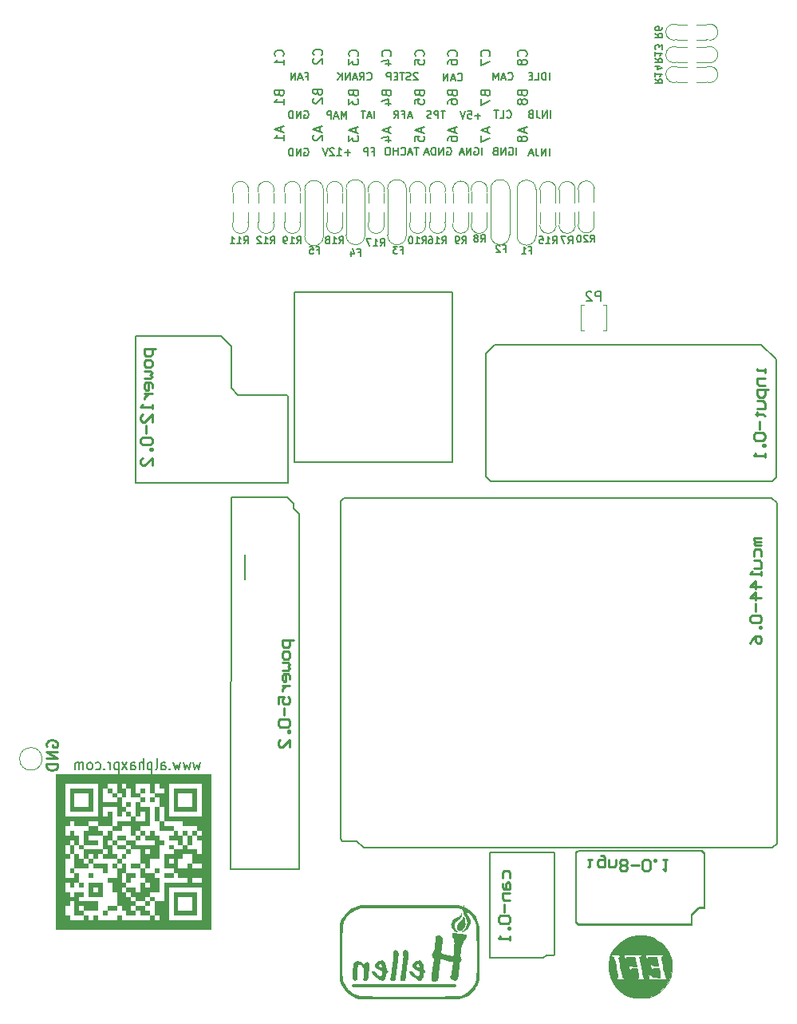
<source format=gbo>
G75*
G70*
%OFA0B0*%
%FSLAX25Y25*%
%IPPOS*%
%LPD*%
%AMOC8*
5,1,8,0,0,1.08239X$1,22.5*
%
%ADD123C,0.00390*%
%ADD138C,0.00472*%
%ADD146C,0.00500*%
%ADD182C,0.00591*%
%ADD189C,0.00984*%
%ADD200C,0.01000*%
%ADD236C,0.00787*%
%ADD33C,0.00512*%
%ADD49C,0.00010*%
%ADD77C,0.00669*%
X0000000Y0000000D02*
%LPD*%
G01*
D189*
X0015551Y0108718D02*
X0015326Y0109168D01*
X0015326Y0109843D01*
X0015551Y0110517D01*
X0016001Y0110967D01*
X0016451Y0111192D01*
X0017351Y0111417D01*
X0018026Y0111417D01*
X0018926Y0111192D01*
X0019376Y0110967D01*
X0019826Y0110517D01*
X0020051Y0109843D01*
X0020051Y0109393D01*
X0019826Y0108718D01*
X0019601Y0108493D01*
X0018026Y0108493D01*
X0018026Y0109393D01*
X0020051Y0106468D02*
X0015326Y0106468D01*
X0020051Y0103768D01*
X0015326Y0103768D01*
X0020051Y0101519D02*
X0015326Y0101519D01*
X0015326Y0100394D01*
X0015551Y0099719D01*
X0016001Y0099269D01*
X0016451Y0099044D01*
X0017351Y0098819D01*
X0018026Y0098819D01*
X0018926Y0099044D01*
X0019376Y0099269D01*
X0019826Y0099719D01*
X0020051Y0100394D01*
X0020051Y0101519D01*
D77*
X0211787Y0355756D02*
X0211787Y0358905D01*
X0208637Y0358755D02*
X0208937Y0358905D01*
X0209387Y0358905D01*
X0209837Y0358755D01*
X0210137Y0358456D01*
X0210287Y0358156D01*
X0210437Y0357556D01*
X0210437Y0357106D01*
X0210287Y0356506D01*
X0210137Y0356206D01*
X0209837Y0355906D01*
X0209387Y0355756D01*
X0209087Y0355756D01*
X0208637Y0355906D01*
X0208487Y0356056D01*
X0208487Y0357106D01*
X0209087Y0357106D01*
X0207137Y0355756D02*
X0207137Y0358905D01*
X0205337Y0355756D01*
X0205337Y0358905D01*
X0202788Y0357406D02*
X0202338Y0357256D01*
X0202188Y0357106D01*
X0202038Y0356806D01*
X0202038Y0356356D01*
X0202188Y0356056D01*
X0202338Y0355906D01*
X0202638Y0355756D01*
X0203838Y0355756D01*
X0203838Y0358905D01*
X0202788Y0358905D01*
X0202488Y0358755D01*
X0202338Y0358605D01*
X0202188Y0358306D01*
X0202188Y0358006D01*
X0202338Y0357706D01*
X0202488Y0357556D01*
X0202788Y0357406D01*
X0203838Y0357406D01*
X0149387Y0387281D02*
X0149537Y0387131D01*
X0149987Y0386981D01*
X0150287Y0386981D01*
X0150737Y0387131D01*
X0151037Y0387431D01*
X0151187Y0387731D01*
X0151337Y0388331D01*
X0151337Y0388781D01*
X0151187Y0389381D01*
X0151037Y0389681D01*
X0150737Y0389981D01*
X0150287Y0390131D01*
X0149987Y0390131D01*
X0149537Y0389981D01*
X0149387Y0389831D01*
X0146237Y0386981D02*
X0147287Y0388481D01*
X0148037Y0386981D02*
X0148037Y0390131D01*
X0146837Y0390131D01*
X0146537Y0389981D01*
X0146387Y0389831D01*
X0146237Y0389531D01*
X0146237Y0389081D01*
X0146387Y0388781D01*
X0146537Y0388631D01*
X0146837Y0388481D01*
X0148037Y0388481D01*
X0145037Y0387881D02*
X0143538Y0387881D01*
X0145337Y0386981D02*
X0144287Y0390131D01*
X0143238Y0386981D01*
X0142188Y0386981D02*
X0142188Y0390131D01*
X0140388Y0386981D01*
X0140388Y0390131D01*
X0138888Y0386981D02*
X0138888Y0390131D01*
X0137088Y0386981D02*
X0138438Y0388781D01*
X0137088Y0390131D02*
X0138888Y0388331D01*
X0225547Y0387118D02*
X0225547Y0390268D01*
X0224048Y0387118D02*
X0224048Y0390268D01*
X0223298Y0390268D01*
X0222848Y0390118D01*
X0222548Y0389818D01*
X0222398Y0389518D01*
X0222248Y0388918D01*
X0222248Y0388468D01*
X0222398Y0387868D01*
X0222548Y0387568D01*
X0222848Y0387268D01*
X0223298Y0387118D01*
X0224048Y0387118D01*
X0219398Y0387118D02*
X0220898Y0387118D01*
X0220898Y0390268D01*
X0218348Y0388768D02*
X0217298Y0388768D01*
X0216848Y0387118D02*
X0218348Y0387118D01*
X0218348Y0390268D01*
X0216848Y0390268D01*
D236*
X0079687Y0102193D02*
X0078937Y0099044D01*
X0078187Y0101294D01*
X0077437Y0099044D01*
X0076687Y0102193D01*
X0075562Y0102193D02*
X0074813Y0099044D01*
X0074063Y0101294D01*
X0073313Y0099044D01*
X0072563Y0102193D01*
X0071438Y0102193D02*
X0070688Y0099044D01*
X0069938Y0101294D01*
X0069188Y0099044D01*
X0068438Y0102193D01*
X0066939Y0099494D02*
X0066751Y0099269D01*
X0066939Y0099044D01*
X0067126Y0099269D01*
X0066939Y0099494D01*
X0066939Y0099044D01*
X0063376Y0099044D02*
X0063376Y0101519D01*
X0063564Y0101969D01*
X0063939Y0102193D01*
X0064689Y0102193D01*
X0065064Y0101969D01*
X0063376Y0099269D02*
X0063751Y0099044D01*
X0064689Y0099044D01*
X0065064Y0099269D01*
X0065251Y0099719D01*
X0065251Y0100169D01*
X0065064Y0100619D01*
X0064689Y0100844D01*
X0063751Y0100844D01*
X0063376Y0101069D01*
X0060939Y0099044D02*
X0061314Y0099269D01*
X0061502Y0099719D01*
X0061502Y0103768D01*
X0059439Y0102193D02*
X0059439Y0097469D01*
X0059439Y0101969D02*
X0059064Y0102193D01*
X0058315Y0102193D01*
X0057940Y0101969D01*
X0057752Y0101744D01*
X0057565Y0101294D01*
X0057565Y0099944D01*
X0057752Y0099494D01*
X0057940Y0099269D01*
X0058315Y0099044D01*
X0059064Y0099044D01*
X0059439Y0099269D01*
X0055877Y0099044D02*
X0055877Y0103768D01*
X0054190Y0099044D02*
X0054190Y0101519D01*
X0054378Y0101969D01*
X0054753Y0102193D01*
X0055315Y0102193D01*
X0055690Y0101969D01*
X0055877Y0101744D01*
X0050628Y0099044D02*
X0050628Y0101519D01*
X0050816Y0101969D01*
X0051190Y0102193D01*
X0051940Y0102193D01*
X0052315Y0101969D01*
X0050628Y0099269D02*
X0051003Y0099044D01*
X0051940Y0099044D01*
X0052315Y0099269D01*
X0052503Y0099719D01*
X0052503Y0100169D01*
X0052315Y0100619D01*
X0051940Y0100844D01*
X0051003Y0100844D01*
X0050628Y0101069D01*
X0049128Y0099044D02*
X0047066Y0102193D01*
X0049128Y0102193D02*
X0047066Y0099044D01*
X0045566Y0102193D02*
X0045566Y0097469D01*
X0045566Y0101969D02*
X0045191Y0102193D01*
X0044441Y0102193D01*
X0044066Y0101969D01*
X0043879Y0101744D01*
X0043691Y0101294D01*
X0043691Y0099944D01*
X0043879Y0099494D01*
X0044066Y0099269D01*
X0044441Y0099044D01*
X0045191Y0099044D01*
X0045566Y0099269D01*
X0042004Y0099044D02*
X0042004Y0102193D01*
X0042004Y0101294D02*
X0041817Y0101744D01*
X0041629Y0101969D01*
X0041254Y0102193D01*
X0040879Y0102193D01*
X0039567Y0099494D02*
X0039379Y0099269D01*
X0039567Y0099044D01*
X0039754Y0099269D01*
X0039567Y0099494D01*
X0039567Y0099044D01*
X0036005Y0099269D02*
X0036380Y0099044D01*
X0037130Y0099044D01*
X0037505Y0099269D01*
X0037692Y0099494D01*
X0037880Y0099944D01*
X0037880Y0101294D01*
X0037692Y0101744D01*
X0037505Y0101969D01*
X0037130Y0102193D01*
X0036380Y0102193D01*
X0036005Y0101969D01*
X0033755Y0099044D02*
X0034130Y0099269D01*
X0034318Y0099494D01*
X0034505Y0099944D01*
X0034505Y0101294D01*
X0034318Y0101744D01*
X0034130Y0101969D01*
X0033755Y0102193D01*
X0033193Y0102193D01*
X0032818Y0101969D01*
X0032630Y0101744D01*
X0032443Y0101294D01*
X0032443Y0099944D01*
X0032630Y0099494D01*
X0032818Y0099269D01*
X0033193Y0099044D01*
X0033755Y0099044D01*
X0030756Y0099044D02*
X0030756Y0102193D01*
X0030756Y0101744D02*
X0030568Y0101969D01*
X0030193Y0102193D01*
X0029631Y0102193D01*
X0029256Y0101969D01*
X0029068Y0101519D01*
X0029068Y0099044D01*
X0029068Y0101519D02*
X0028881Y0101969D01*
X0028506Y0102193D01*
X0027943Y0102193D01*
X0027568Y0101969D01*
X0027381Y0101519D01*
X0027381Y0099044D01*
D77*
X0181978Y0374197D02*
X0180178Y0374197D01*
X0181078Y0371047D02*
X0181078Y0374197D01*
X0179129Y0371047D02*
X0179129Y0374197D01*
X0177929Y0374197D01*
X0177629Y0374047D01*
X0177479Y0373897D01*
X0177329Y0373597D01*
X0177329Y0373147D01*
X0177479Y0372847D01*
X0177629Y0372697D01*
X0177929Y0372547D01*
X0179129Y0372547D01*
X0176129Y0371197D02*
X0175679Y0371047D01*
X0174929Y0371047D01*
X0174629Y0371197D01*
X0174479Y0371347D01*
X0174329Y0371647D01*
X0174329Y0371947D01*
X0174479Y0372247D01*
X0174629Y0372397D01*
X0174929Y0372547D01*
X0175529Y0372697D01*
X0175829Y0372847D01*
X0175979Y0372997D01*
X0176129Y0373297D01*
X0176129Y0373597D01*
X0175979Y0373897D01*
X0175829Y0374047D01*
X0175529Y0374197D01*
X0174779Y0374197D01*
X0174329Y0374047D01*
X0225610Y0355481D02*
X0225610Y0358631D01*
X0224110Y0355481D02*
X0224110Y0358631D01*
X0222310Y0355481D01*
X0222310Y0358631D01*
X0219910Y0358631D02*
X0219910Y0356381D01*
X0220060Y0355931D01*
X0220360Y0355631D01*
X0220810Y0355481D01*
X0221110Y0355481D01*
X0218561Y0356381D02*
X0217061Y0356381D01*
X0218861Y0355481D02*
X0217811Y0358631D01*
X0216761Y0355481D01*
X0187171Y0387006D02*
X0187321Y0386856D01*
X0187771Y0386706D01*
X0188071Y0386706D01*
X0188521Y0386856D01*
X0188821Y0387156D01*
X0188971Y0387456D01*
X0189121Y0388056D01*
X0189121Y0388506D01*
X0188971Y0389106D01*
X0188821Y0389406D01*
X0188521Y0389706D01*
X0188071Y0389856D01*
X0187771Y0389856D01*
X0187321Y0389706D01*
X0187171Y0389556D01*
X0185971Y0387606D02*
X0184472Y0387606D01*
X0186271Y0386706D02*
X0185221Y0389856D01*
X0184172Y0386706D01*
X0183122Y0386706D02*
X0183122Y0389856D01*
X0181322Y0386706D01*
X0181322Y0389856D01*
X0151381Y0357268D02*
X0152431Y0357268D01*
X0152431Y0355618D02*
X0152431Y0358768D01*
X0150931Y0358768D01*
X0149731Y0355618D02*
X0149731Y0358768D01*
X0148532Y0358768D01*
X0148232Y0358618D01*
X0148082Y0358468D01*
X0147932Y0358168D01*
X0147932Y0357718D01*
X0148082Y0357418D01*
X0148232Y0357268D01*
X0148532Y0357118D01*
X0149731Y0357118D01*
X0197413Y0355756D02*
X0197413Y0358905D01*
X0194264Y0358755D02*
X0194564Y0358905D01*
X0195014Y0358905D01*
X0195463Y0358755D01*
X0195763Y0358456D01*
X0195913Y0358156D01*
X0196063Y0357556D01*
X0196063Y0357106D01*
X0195913Y0356506D01*
X0195763Y0356206D01*
X0195463Y0355906D01*
X0195014Y0355756D01*
X0194714Y0355756D01*
X0194264Y0355906D01*
X0194114Y0356056D01*
X0194114Y0357106D01*
X0194714Y0357106D01*
X0192764Y0355756D02*
X0192764Y0358905D01*
X0190964Y0355756D01*
X0190964Y0358905D01*
X0189614Y0356656D02*
X0188114Y0356656D01*
X0189914Y0355756D02*
X0188864Y0358905D01*
X0187814Y0355756D01*
X0207663Y0371484D02*
X0207813Y0371334D01*
X0208263Y0371184D01*
X0208563Y0371184D01*
X0209013Y0371334D01*
X0209313Y0371634D01*
X0209463Y0371934D01*
X0209613Y0372534D01*
X0209613Y0372984D01*
X0209463Y0373584D01*
X0209313Y0373884D01*
X0209013Y0374184D01*
X0208563Y0374334D01*
X0208263Y0374334D01*
X0207813Y0374184D01*
X0207663Y0374034D01*
X0204813Y0371184D02*
X0206313Y0371184D01*
X0206313Y0374334D01*
X0204213Y0374334D02*
X0202413Y0374334D01*
X0203313Y0371184D02*
X0203313Y0374334D01*
X0123123Y0358481D02*
X0123423Y0358631D01*
X0123873Y0358631D01*
X0124323Y0358481D01*
X0124623Y0358181D01*
X0124773Y0357881D01*
X0124923Y0357281D01*
X0124923Y0356831D01*
X0124773Y0356231D01*
X0124623Y0355931D01*
X0124323Y0355631D01*
X0123873Y0355481D01*
X0123573Y0355481D01*
X0123123Y0355631D01*
X0122973Y0355781D01*
X0122973Y0356831D01*
X0123573Y0356831D01*
X0121623Y0355481D02*
X0121623Y0358631D01*
X0119824Y0355481D01*
X0119824Y0358631D01*
X0118324Y0355481D02*
X0118324Y0358631D01*
X0117574Y0358631D01*
X0117124Y0358481D01*
X0116824Y0358181D01*
X0116674Y0357881D01*
X0116524Y0357281D01*
X0116524Y0356831D01*
X0116674Y0356231D01*
X0116824Y0355931D01*
X0117124Y0355631D01*
X0117574Y0355481D01*
X0118324Y0355481D01*
X0123123Y0374140D02*
X0123423Y0374290D01*
X0123873Y0374290D01*
X0124323Y0374140D01*
X0124623Y0373840D01*
X0124773Y0373540D01*
X0124923Y0372940D01*
X0124923Y0372490D01*
X0124773Y0371890D01*
X0124623Y0371590D01*
X0124323Y0371290D01*
X0123873Y0371140D01*
X0123573Y0371140D01*
X0123123Y0371290D01*
X0122973Y0371440D01*
X0122973Y0372490D01*
X0123573Y0372490D01*
X0121623Y0371140D02*
X0121623Y0374290D01*
X0119824Y0371140D01*
X0119824Y0374290D01*
X0118324Y0371140D02*
X0118324Y0374290D01*
X0117574Y0374290D01*
X0117124Y0374140D01*
X0116824Y0373840D01*
X0116674Y0373540D01*
X0116524Y0372940D01*
X0116524Y0372490D01*
X0116674Y0371890D01*
X0116824Y0371590D01*
X0117124Y0371290D01*
X0117574Y0371140D01*
X0118324Y0371140D01*
X0225972Y0371184D02*
X0225972Y0374334D01*
X0224472Y0371184D02*
X0224472Y0374334D01*
X0222672Y0371184D01*
X0222672Y0374334D01*
X0220273Y0374334D02*
X0220273Y0372084D01*
X0220423Y0371634D01*
X0220723Y0371334D01*
X0221173Y0371184D01*
X0221473Y0371184D01*
X0217723Y0372834D02*
X0217273Y0372684D01*
X0217123Y0372534D01*
X0216973Y0372234D01*
X0216973Y0371784D01*
X0217123Y0371484D01*
X0217273Y0371334D01*
X0217573Y0371184D01*
X0218773Y0371184D01*
X0218773Y0374334D01*
X0217723Y0374334D01*
X0217423Y0374184D01*
X0217273Y0374034D01*
X0217123Y0373734D01*
X0217123Y0373434D01*
X0217273Y0373134D01*
X0217423Y0372984D01*
X0217723Y0372834D01*
X0218773Y0372834D01*
X0167942Y0371947D02*
X0166442Y0371947D01*
X0168242Y0371047D02*
X0167192Y0374197D01*
X0166142Y0371047D01*
X0164042Y0372697D02*
X0165092Y0372697D01*
X0165092Y0371047D02*
X0165092Y0374197D01*
X0163592Y0374197D01*
X0160593Y0371047D02*
X0161643Y0372547D01*
X0162393Y0371047D02*
X0162393Y0374197D01*
X0161193Y0374197D01*
X0160893Y0374047D01*
X0160743Y0373897D01*
X0160593Y0373597D01*
X0160593Y0373147D01*
X0160743Y0372847D01*
X0160893Y0372697D01*
X0161193Y0372547D01*
X0162393Y0372547D01*
X0170592Y0389831D02*
X0170442Y0389981D01*
X0170142Y0390131D01*
X0169392Y0390131D01*
X0169092Y0389981D01*
X0168942Y0389831D01*
X0168792Y0389531D01*
X0168792Y0389231D01*
X0168942Y0388781D01*
X0170742Y0386981D01*
X0168792Y0386981D01*
X0167592Y0387131D02*
X0167142Y0386981D01*
X0166392Y0386981D01*
X0166092Y0387131D01*
X0165942Y0387281D01*
X0165792Y0387581D01*
X0165792Y0387881D01*
X0165942Y0388181D01*
X0166092Y0388331D01*
X0166392Y0388481D01*
X0166992Y0388631D01*
X0167292Y0388781D01*
X0167442Y0388931D01*
X0167592Y0389231D01*
X0167592Y0389531D01*
X0167442Y0389831D01*
X0167292Y0389981D01*
X0166992Y0390131D01*
X0166242Y0390131D01*
X0165792Y0389981D01*
X0164893Y0390131D02*
X0163093Y0390131D01*
X0163993Y0386981D02*
X0163993Y0390131D01*
X0162043Y0388631D02*
X0160993Y0388631D01*
X0160543Y0386981D02*
X0162043Y0386981D01*
X0162043Y0390131D01*
X0160543Y0390131D01*
X0159193Y0386981D02*
X0159193Y0390131D01*
X0157993Y0390131D01*
X0157693Y0389981D01*
X0157543Y0389831D01*
X0157393Y0389531D01*
X0157393Y0389081D01*
X0157543Y0388781D01*
X0157693Y0388631D01*
X0157993Y0388481D01*
X0159193Y0388481D01*
X0208200Y0387281D02*
X0208350Y0387131D01*
X0208800Y0386981D01*
X0209100Y0386981D01*
X0209550Y0387131D01*
X0209850Y0387431D01*
X0210000Y0387731D01*
X0210150Y0388331D01*
X0210150Y0388781D01*
X0210000Y0389381D01*
X0209850Y0389681D01*
X0209550Y0389981D01*
X0209100Y0390131D01*
X0208800Y0390131D01*
X0208350Y0389981D01*
X0208200Y0389831D01*
X0207001Y0387881D02*
X0205501Y0387881D01*
X0207300Y0386981D02*
X0206251Y0390131D01*
X0205201Y0386981D01*
X0204151Y0386981D02*
X0204151Y0390131D01*
X0203101Y0387881D01*
X0202051Y0390131D01*
X0202051Y0386981D01*
X0123685Y0388631D02*
X0124735Y0388631D01*
X0124735Y0386981D02*
X0124735Y0390131D01*
X0123235Y0390131D01*
X0122185Y0387881D02*
X0120686Y0387881D01*
X0122485Y0386981D02*
X0121435Y0390131D01*
X0120386Y0386981D01*
X0119336Y0386981D02*
X0119336Y0390131D01*
X0117536Y0386981D01*
X0117536Y0390131D01*
X0182715Y0358755D02*
X0183015Y0358905D01*
X0183465Y0358905D01*
X0183915Y0358755D01*
X0184215Y0358456D01*
X0184365Y0358156D01*
X0184514Y0357556D01*
X0184514Y0357106D01*
X0184365Y0356506D01*
X0184215Y0356206D01*
X0183915Y0355906D01*
X0183465Y0355756D01*
X0183165Y0355756D01*
X0182715Y0355906D01*
X0182565Y0356056D01*
X0182565Y0357106D01*
X0183165Y0357106D01*
X0181215Y0355756D02*
X0181215Y0358905D01*
X0179415Y0355756D01*
X0179415Y0358905D01*
X0177915Y0355756D02*
X0177915Y0358905D01*
X0177165Y0358905D01*
X0176715Y0358755D01*
X0176416Y0358456D01*
X0176266Y0358156D01*
X0176116Y0357556D01*
X0176116Y0357106D01*
X0176266Y0356506D01*
X0176416Y0356206D01*
X0176715Y0355906D01*
X0177165Y0355756D01*
X0177915Y0355756D01*
X0174916Y0356656D02*
X0173416Y0356656D01*
X0175216Y0355756D02*
X0174166Y0358905D01*
X0173116Y0355756D01*
X0196751Y0372110D02*
X0194351Y0372110D01*
X0195551Y0370910D02*
X0195551Y0373309D01*
X0191352Y0374059D02*
X0192851Y0374059D01*
X0193001Y0372559D01*
X0192851Y0372709D01*
X0192551Y0372859D01*
X0191802Y0372859D01*
X0191502Y0372709D01*
X0191352Y0372559D01*
X0191202Y0372260D01*
X0191202Y0371510D01*
X0191352Y0371210D01*
X0191502Y0371060D01*
X0191802Y0370910D01*
X0192551Y0370910D01*
X0192851Y0371060D01*
X0193001Y0371210D01*
X0190302Y0374059D02*
X0189252Y0370910D01*
X0188202Y0374059D01*
X0140632Y0370910D02*
X0140632Y0374059D01*
X0139582Y0371810D01*
X0138532Y0374059D01*
X0138532Y0370910D01*
X0137182Y0371810D02*
X0135683Y0371810D01*
X0137482Y0370910D02*
X0136433Y0374059D01*
X0135383Y0370910D01*
X0134333Y0370910D02*
X0134333Y0374059D01*
X0133133Y0374059D01*
X0132833Y0373909D01*
X0132683Y0373759D01*
X0132533Y0373459D01*
X0132533Y0373009D01*
X0132683Y0372709D01*
X0132833Y0372559D01*
X0133133Y0372410D01*
X0134333Y0372410D01*
X0152394Y0371047D02*
X0152394Y0374197D01*
X0151044Y0371947D02*
X0149544Y0371947D01*
X0151344Y0371047D02*
X0150294Y0374197D01*
X0149244Y0371047D01*
X0148644Y0374197D02*
X0146845Y0374197D01*
X0147745Y0371047D02*
X0147745Y0374197D01*
X0142344Y0356818D02*
X0139944Y0356818D01*
X0141144Y0355618D02*
X0141144Y0358018D01*
X0136795Y0355618D02*
X0138595Y0355618D01*
X0137695Y0355618D02*
X0137695Y0358768D01*
X0137995Y0358318D01*
X0138295Y0358018D01*
X0138595Y0357868D01*
X0135595Y0358468D02*
X0135445Y0358618D01*
X0135145Y0358768D01*
X0134395Y0358768D01*
X0134095Y0358618D01*
X0133945Y0358468D01*
X0133795Y0358168D01*
X0133795Y0357868D01*
X0133945Y0357418D01*
X0135745Y0355618D01*
X0133795Y0355618D01*
X0132895Y0358768D02*
X0131845Y0355618D01*
X0130796Y0358768D01*
X0170842Y0358905D02*
X0169042Y0358905D01*
X0169942Y0355756D02*
X0169942Y0358905D01*
X0168142Y0356656D02*
X0166643Y0356656D01*
X0168442Y0355756D02*
X0167392Y0358905D01*
X0166343Y0355756D01*
X0163493Y0356056D02*
X0163643Y0355906D01*
X0164093Y0355756D01*
X0164393Y0355756D01*
X0164843Y0355906D01*
X0165143Y0356206D01*
X0165293Y0356506D01*
X0165443Y0357106D01*
X0165443Y0357556D01*
X0165293Y0358156D01*
X0165143Y0358456D01*
X0164843Y0358755D01*
X0164393Y0358905D01*
X0164093Y0358905D01*
X0163643Y0358755D01*
X0163493Y0358605D01*
X0162143Y0355756D02*
X0162143Y0358905D01*
X0162143Y0357406D02*
X0160343Y0357406D01*
X0160343Y0355756D02*
X0160343Y0358905D01*
X0158244Y0358905D02*
X0157644Y0358905D01*
X0157344Y0358755D01*
X0157044Y0358456D01*
X0156894Y0357856D01*
X0156894Y0356806D01*
X0157044Y0356206D01*
X0157344Y0355906D01*
X0157644Y0355756D01*
X0158244Y0355756D01*
X0158544Y0355906D01*
X0158844Y0356206D01*
X0158994Y0356806D01*
X0158994Y0357856D01*
X0158844Y0358456D01*
X0158544Y0358755D01*
X0158244Y0358905D01*
D33*
X0196821Y0319429D02*
X0197805Y0320835D01*
X0198508Y0319429D02*
X0198508Y0322382D01*
X0197383Y0322382D01*
X0197102Y0322241D01*
X0196961Y0322101D01*
X0196821Y0321819D01*
X0196821Y0321398D01*
X0196961Y0321116D01*
X0197102Y0320976D01*
X0197383Y0320835D01*
X0198508Y0320835D01*
X0195133Y0321116D02*
X0195415Y0321257D01*
X0195555Y0321398D01*
X0195696Y0321679D01*
X0195696Y0321819D01*
X0195555Y0322101D01*
X0195415Y0322241D01*
X0195133Y0322382D01*
X0194571Y0322382D01*
X0194290Y0322241D01*
X0194149Y0322101D01*
X0194009Y0321819D01*
X0194009Y0321679D01*
X0194149Y0321398D01*
X0194290Y0321257D01*
X0194571Y0321116D01*
X0195133Y0321116D01*
X0195415Y0320976D01*
X0195555Y0320835D01*
X0195696Y0320554D01*
X0195696Y0319992D01*
X0195555Y0319710D01*
X0195415Y0319570D01*
X0195133Y0319429D01*
X0194571Y0319429D01*
X0194290Y0319570D01*
X0194149Y0319710D01*
X0194009Y0319992D01*
X0194009Y0320554D01*
X0194149Y0320835D01*
X0194290Y0320976D01*
X0194571Y0321116D01*
D146*
X0189014Y0318812D02*
X0190014Y0320241D01*
X0190728Y0318812D02*
X0190728Y0321812D01*
X0189585Y0321812D01*
X0189300Y0321669D01*
X0189157Y0321527D01*
X0189014Y0321241D01*
X0189014Y0320812D01*
X0189157Y0320527D01*
X0189300Y0320384D01*
X0189585Y0320241D01*
X0190728Y0320241D01*
X0187585Y0318812D02*
X0187014Y0318812D01*
X0186728Y0318955D01*
X0186585Y0319098D01*
X0186300Y0319527D01*
X0186157Y0320098D01*
X0186157Y0321241D01*
X0186300Y0321527D01*
X0186443Y0321669D01*
X0186728Y0321812D01*
X0187300Y0321812D01*
X0187585Y0321669D01*
X0187728Y0321527D01*
X0187871Y0321241D01*
X0187871Y0320527D01*
X0187728Y0320241D01*
X0187585Y0320098D01*
X0187300Y0319955D01*
X0186728Y0319955D01*
X0186443Y0320098D01*
X0186300Y0320241D01*
X0186157Y0320527D01*
X0145488Y0315175D02*
X0146488Y0315175D01*
X0146488Y0313603D02*
X0146488Y0316603D01*
X0145060Y0316603D01*
X0142631Y0315603D02*
X0142631Y0313603D01*
X0143345Y0316746D02*
X0144060Y0314603D01*
X0142202Y0314603D01*
D77*
X0246835Y0294873D02*
X0246835Y0298810D01*
X0245335Y0298810D01*
X0244960Y0298622D01*
X0244773Y0298435D01*
X0244585Y0298060D01*
X0244585Y0297497D01*
X0244773Y0297122D01*
X0244960Y0296935D01*
X0245335Y0296747D01*
X0246835Y0296747D01*
X0243085Y0298435D02*
X0242898Y0298622D01*
X0242523Y0298810D01*
X0241586Y0298810D01*
X0241211Y0298622D01*
X0241023Y0298435D01*
X0240836Y0298060D01*
X0240836Y0297685D01*
X0241023Y0297122D01*
X0243273Y0294873D01*
X0240836Y0294873D01*
D33*
X0097827Y0318711D02*
X0098812Y0320118D01*
X0099515Y0318711D02*
X0099515Y0321664D01*
X0098390Y0321664D01*
X0098109Y0321524D01*
X0097968Y0321383D01*
X0097827Y0321102D01*
X0097827Y0320680D01*
X0097968Y0320399D01*
X0098109Y0320258D01*
X0098390Y0320118D01*
X0099515Y0320118D01*
X0095015Y0318711D02*
X0096702Y0318711D01*
X0095859Y0318711D02*
X0095859Y0321664D01*
X0096140Y0321242D01*
X0096421Y0320961D01*
X0096702Y0320821D01*
X0092203Y0318711D02*
X0093890Y0318711D01*
X0093047Y0318711D02*
X0093047Y0321664D01*
X0093328Y0321242D01*
X0093609Y0320961D01*
X0093890Y0320821D01*
X0269593Y0406594D02*
X0270999Y0405610D01*
X0269593Y0404907D02*
X0272546Y0404907D01*
X0272546Y0406032D01*
X0272406Y0406313D01*
X0272265Y0406454D01*
X0271984Y0406594D01*
X0271562Y0406594D01*
X0271281Y0406454D01*
X0271140Y0406313D01*
X0270999Y0406032D01*
X0270999Y0404907D01*
X0272546Y0409125D02*
X0272546Y0408563D01*
X0272406Y0408282D01*
X0272265Y0408141D01*
X0271843Y0407860D01*
X0271281Y0407719D01*
X0270156Y0407719D01*
X0269875Y0407860D01*
X0269734Y0408001D01*
X0269593Y0408282D01*
X0269593Y0408844D01*
X0269734Y0409125D01*
X0269875Y0409266D01*
X0270156Y0409407D01*
X0270859Y0409407D01*
X0271140Y0409266D01*
X0271281Y0409125D01*
X0271421Y0408844D01*
X0271421Y0408282D01*
X0271281Y0408001D01*
X0271140Y0407860D01*
X0270859Y0407719D01*
X0154827Y0317711D02*
X0155812Y0319118D01*
X0156515Y0317711D02*
X0156515Y0320664D01*
X0155390Y0320664D01*
X0155109Y0320524D01*
X0154968Y0320383D01*
X0154827Y0320102D01*
X0154827Y0319680D01*
X0154968Y0319399D01*
X0155109Y0319258D01*
X0155390Y0319118D01*
X0156515Y0319118D01*
X0152015Y0317711D02*
X0153702Y0317711D01*
X0152859Y0317711D02*
X0152859Y0320664D01*
X0153140Y0320242D01*
X0153421Y0319961D01*
X0153702Y0319821D01*
X0151031Y0320664D02*
X0149062Y0320664D01*
X0150328Y0317711D01*
X0180638Y0318711D02*
X0181623Y0320118D01*
X0182326Y0318711D02*
X0182326Y0321664D01*
X0181201Y0321664D01*
X0180920Y0321524D01*
X0180779Y0321383D01*
X0180638Y0321102D01*
X0180638Y0320680D01*
X0180779Y0320399D01*
X0180920Y0320258D01*
X0181201Y0320118D01*
X0182326Y0320118D01*
X0177826Y0318711D02*
X0179513Y0318711D01*
X0178670Y0318711D02*
X0178670Y0321664D01*
X0178951Y0321242D01*
X0179232Y0320961D01*
X0179513Y0320821D01*
X0175295Y0321664D02*
X0175858Y0321664D01*
X0176139Y0321524D01*
X0176280Y0321383D01*
X0176561Y0320961D01*
X0176701Y0320399D01*
X0176701Y0319274D01*
X0176561Y0318993D01*
X0176420Y0318852D01*
X0176139Y0318711D01*
X0175576Y0318711D01*
X0175295Y0318852D01*
X0175155Y0318993D01*
X0175014Y0319274D01*
X0175014Y0319977D01*
X0175155Y0320258D01*
X0175295Y0320399D01*
X0175576Y0320539D01*
X0176139Y0320539D01*
X0176420Y0320399D01*
X0176561Y0320258D01*
X0176701Y0319977D01*
D146*
X0172401Y0318722D02*
X0173401Y0320150D01*
X0174115Y0318722D02*
X0174115Y0321722D01*
X0172972Y0321722D01*
X0172687Y0321579D01*
X0172544Y0321436D01*
X0172401Y0321150D01*
X0172401Y0320722D01*
X0172544Y0320436D01*
X0172687Y0320293D01*
X0172972Y0320150D01*
X0174115Y0320150D01*
X0169544Y0318722D02*
X0171258Y0318722D01*
X0170401Y0318722D02*
X0170401Y0321722D01*
X0170687Y0321293D01*
X0170972Y0321007D01*
X0171258Y0320864D01*
X0167687Y0321722D02*
X0167401Y0321722D01*
X0167115Y0321579D01*
X0166972Y0321436D01*
X0166830Y0321150D01*
X0166687Y0320579D01*
X0166687Y0319864D01*
X0166830Y0319293D01*
X0166972Y0319007D01*
X0167115Y0318864D01*
X0167401Y0318722D01*
X0167687Y0318722D01*
X0167972Y0318864D01*
X0168115Y0319007D01*
X0168258Y0319293D01*
X0168401Y0319864D01*
X0168401Y0320579D01*
X0168258Y0321150D01*
X0168115Y0321436D01*
X0167972Y0321579D01*
X0167687Y0321722D01*
X0120039Y0318722D02*
X0121039Y0320150D01*
X0121753Y0318722D02*
X0121753Y0321722D01*
X0120610Y0321722D01*
X0120325Y0321579D01*
X0120182Y0321436D01*
X0120039Y0321150D01*
X0120039Y0320722D01*
X0120182Y0320436D01*
X0120325Y0320293D01*
X0120610Y0320150D01*
X0121753Y0320150D01*
X0117182Y0318722D02*
X0118896Y0318722D01*
X0118039Y0318722D02*
X0118039Y0321722D01*
X0118325Y0321293D01*
X0118610Y0321007D01*
X0118896Y0320864D01*
X0115753Y0318722D02*
X0115182Y0318722D01*
X0114896Y0318864D01*
X0114753Y0319007D01*
X0114467Y0319436D01*
X0114325Y0320007D01*
X0114325Y0321150D01*
X0114467Y0321436D01*
X0114610Y0321579D01*
X0114896Y0321722D01*
X0115467Y0321722D01*
X0115753Y0321579D01*
X0115896Y0321436D01*
X0116039Y0321150D01*
X0116039Y0320436D01*
X0115896Y0320150D01*
X0115753Y0320007D01*
X0115467Y0319864D01*
X0114896Y0319864D01*
X0114610Y0320007D01*
X0114467Y0320150D01*
X0114325Y0320436D01*
X0217126Y0315962D02*
X0218126Y0315962D01*
X0218126Y0314391D02*
X0218126Y0317391D01*
X0216697Y0317391D01*
X0213983Y0314391D02*
X0215697Y0314391D01*
X0214840Y0314391D02*
X0214840Y0317391D01*
X0215126Y0316962D01*
X0215412Y0316677D01*
X0215697Y0316534D01*
D33*
X0269593Y0387472D02*
X0270999Y0386488D01*
X0269593Y0385785D02*
X0272546Y0385785D01*
X0272546Y0386909D01*
X0272406Y0387191D01*
X0272265Y0387331D01*
X0271984Y0387472D01*
X0271562Y0387472D01*
X0271281Y0387331D01*
X0271140Y0387191D01*
X0270999Y0386909D01*
X0270999Y0385785D01*
X0269593Y0390284D02*
X0269593Y0388597D01*
X0269593Y0389440D02*
X0272546Y0389440D01*
X0272124Y0389159D01*
X0271843Y0388878D01*
X0271702Y0388597D01*
X0271562Y0392815D02*
X0269593Y0392815D01*
X0272687Y0392112D02*
X0270578Y0391409D01*
X0270578Y0393237D01*
D146*
X0163402Y0316159D02*
X0164402Y0316159D01*
X0164402Y0314588D02*
X0164402Y0317588D01*
X0162973Y0317588D01*
X0162116Y0317588D02*
X0160259Y0317588D01*
X0161259Y0316445D01*
X0160830Y0316445D01*
X0160544Y0316302D01*
X0160402Y0316159D01*
X0160259Y0315873D01*
X0160259Y0315159D01*
X0160402Y0314873D01*
X0160544Y0314731D01*
X0160830Y0314588D01*
X0161687Y0314588D01*
X0161973Y0314731D01*
X0162116Y0314873D01*
D33*
X0226827Y0318711D02*
X0227812Y0320118D01*
X0228515Y0318711D02*
X0228515Y0321664D01*
X0227390Y0321664D01*
X0227109Y0321524D01*
X0226968Y0321383D01*
X0226827Y0321102D01*
X0226827Y0320680D01*
X0226968Y0320399D01*
X0227109Y0320258D01*
X0227390Y0320118D01*
X0228515Y0320118D01*
X0224015Y0318711D02*
X0225702Y0318711D01*
X0224859Y0318711D02*
X0224859Y0321664D01*
X0225140Y0321242D01*
X0225421Y0320961D01*
X0225702Y0320821D01*
X0221344Y0321664D02*
X0222750Y0321664D01*
X0222890Y0320258D01*
X0222750Y0320399D01*
X0222469Y0320539D01*
X0221765Y0320539D01*
X0221484Y0320399D01*
X0221344Y0320258D01*
X0221203Y0319977D01*
X0221203Y0319274D01*
X0221344Y0318993D01*
X0221484Y0318852D01*
X0221765Y0318711D01*
X0222469Y0318711D01*
X0222750Y0318852D01*
X0222890Y0318993D01*
D146*
X0233429Y0318722D02*
X0234429Y0320150D01*
X0235143Y0318722D02*
X0235143Y0321722D01*
X0234001Y0321722D01*
X0233715Y0321579D01*
X0233572Y0321436D01*
X0233429Y0321150D01*
X0233429Y0320722D01*
X0233572Y0320436D01*
X0233715Y0320293D01*
X0234001Y0320150D01*
X0235143Y0320150D01*
X0232429Y0321722D02*
X0230429Y0321722D01*
X0231715Y0318722D01*
D33*
X0269593Y0396149D02*
X0270999Y0395165D01*
X0269593Y0394462D02*
X0272546Y0394462D01*
X0272546Y0395587D01*
X0272406Y0395868D01*
X0272265Y0396008D01*
X0271984Y0396149D01*
X0271562Y0396149D01*
X0271281Y0396008D01*
X0271140Y0395868D01*
X0270999Y0395587D01*
X0270999Y0394462D01*
X0269593Y0398961D02*
X0269593Y0397274D01*
X0269593Y0398118D02*
X0272546Y0398118D01*
X0272124Y0397836D01*
X0271843Y0397555D01*
X0271702Y0397274D01*
X0272546Y0399945D02*
X0272546Y0401773D01*
X0271421Y0400789D01*
X0271421Y0401211D01*
X0271281Y0401492D01*
X0271140Y0401633D01*
X0270859Y0401773D01*
X0270156Y0401773D01*
X0269875Y0401633D01*
X0269734Y0401492D01*
X0269593Y0401211D01*
X0269593Y0400367D01*
X0269734Y0400086D01*
X0269875Y0399945D01*
X0242622Y0319319D02*
X0243607Y0320725D01*
X0244310Y0319319D02*
X0244310Y0322272D01*
X0243185Y0322272D01*
X0242904Y0322131D01*
X0242763Y0321991D01*
X0242622Y0321710D01*
X0242622Y0321288D01*
X0242763Y0321007D01*
X0242904Y0320866D01*
X0243185Y0320725D01*
X0244310Y0320725D01*
X0241498Y0321991D02*
X0241357Y0322131D01*
X0241076Y0322272D01*
X0240373Y0322272D01*
X0240091Y0322131D01*
X0239951Y0321991D01*
X0239810Y0321710D01*
X0239810Y0321428D01*
X0239951Y0321007D01*
X0241638Y0319319D01*
X0239810Y0319319D01*
X0237982Y0322272D02*
X0237701Y0322272D01*
X0237420Y0322131D01*
X0237279Y0321991D01*
X0237139Y0321710D01*
X0236998Y0321147D01*
X0236998Y0320444D01*
X0237139Y0319882D01*
X0237279Y0319600D01*
X0237420Y0319460D01*
X0237701Y0319319D01*
X0237982Y0319319D01*
X0238264Y0319460D01*
X0238404Y0319600D01*
X0238545Y0319882D01*
X0238685Y0320444D01*
X0238685Y0321147D01*
X0238545Y0321710D01*
X0238404Y0321991D01*
X0238264Y0322131D01*
X0237982Y0322272D01*
D182*
X0159083Y0397109D02*
X0159271Y0397296D01*
X0159458Y0397859D01*
X0159458Y0398234D01*
X0159271Y0398796D01*
X0158896Y0399171D01*
X0158521Y0399359D01*
X0157771Y0399546D01*
X0157208Y0399546D01*
X0156459Y0399359D01*
X0156084Y0399171D01*
X0155709Y0398796D01*
X0155521Y0398234D01*
X0155521Y0397859D01*
X0155709Y0397296D01*
X0155896Y0397109D01*
X0156834Y0393734D02*
X0159458Y0393734D01*
X0155334Y0394672D02*
X0158146Y0395609D01*
X0158146Y0393172D01*
X0184955Y0381511D02*
X0185142Y0380948D01*
X0185330Y0380761D01*
X0185705Y0380573D01*
X0186267Y0380573D01*
X0186642Y0380761D01*
X0186830Y0380948D01*
X0187017Y0381323D01*
X0187017Y0382823D01*
X0183080Y0382823D01*
X0183080Y0381511D01*
X0183268Y0381136D01*
X0183455Y0380948D01*
X0183830Y0380761D01*
X0184205Y0380761D01*
X0184580Y0380948D01*
X0184768Y0381136D01*
X0184955Y0381511D01*
X0184955Y0382823D01*
X0183080Y0377199D02*
X0183080Y0377949D01*
X0183268Y0378324D01*
X0183455Y0378511D01*
X0184018Y0378886D01*
X0184768Y0379074D01*
X0186267Y0379074D01*
X0186642Y0378886D01*
X0186830Y0378699D01*
X0187017Y0378324D01*
X0187017Y0377574D01*
X0186830Y0377199D01*
X0186642Y0377011D01*
X0186267Y0376824D01*
X0185330Y0376824D01*
X0184955Y0377011D01*
X0184768Y0377199D01*
X0184580Y0377574D01*
X0184580Y0378324D01*
X0184768Y0378699D01*
X0184955Y0378886D01*
X0185330Y0379074D01*
X0129593Y0367375D02*
X0129593Y0365500D01*
X0130718Y0367750D02*
X0126781Y0366438D01*
X0130718Y0365125D01*
X0127156Y0364001D02*
X0126969Y0363813D01*
X0126781Y0363438D01*
X0126781Y0362501D01*
X0126969Y0362126D01*
X0127156Y0361938D01*
X0127531Y0361751D01*
X0127906Y0361751D01*
X0128468Y0361938D01*
X0130718Y0364188D01*
X0130718Y0361751D01*
X0199672Y0366981D02*
X0199672Y0365107D01*
X0200797Y0367356D02*
X0196860Y0366044D01*
X0200797Y0364732D01*
X0196860Y0363794D02*
X0196860Y0361170D01*
X0200797Y0362857D01*
X0130343Y0397503D02*
X0130531Y0397690D01*
X0130718Y0398253D01*
X0130718Y0398627D01*
X0130531Y0399190D01*
X0130156Y0399565D01*
X0129781Y0399752D01*
X0129031Y0399940D01*
X0128468Y0399940D01*
X0127718Y0399752D01*
X0127343Y0399565D01*
X0126969Y0399190D01*
X0126781Y0398627D01*
X0126781Y0398253D01*
X0126969Y0397690D01*
X0127156Y0397503D01*
X0127156Y0396003D02*
X0126969Y0395815D01*
X0126781Y0395440D01*
X0126781Y0394503D01*
X0126969Y0394128D01*
X0127156Y0393941D01*
X0127531Y0393753D01*
X0127906Y0393753D01*
X0128468Y0393941D01*
X0130718Y0396190D01*
X0130718Y0393753D01*
X0172113Y0366981D02*
X0172113Y0365107D01*
X0173238Y0367356D02*
X0169301Y0366044D01*
X0173238Y0364732D01*
X0169301Y0361545D02*
X0169301Y0363419D01*
X0171175Y0363607D01*
X0170988Y0363419D01*
X0170801Y0363044D01*
X0170801Y0362107D01*
X0170988Y0361732D01*
X0171175Y0361545D01*
X0171550Y0361357D01*
X0172488Y0361357D01*
X0172863Y0361545D01*
X0173050Y0361732D01*
X0173238Y0362107D01*
X0173238Y0363044D01*
X0173050Y0363419D01*
X0172863Y0363607D01*
X0171175Y0381511D02*
X0171363Y0380948D01*
X0171550Y0380761D01*
X0171925Y0380573D01*
X0172488Y0380573D01*
X0172863Y0380761D01*
X0173050Y0380948D01*
X0173238Y0381323D01*
X0173238Y0382823D01*
X0169301Y0382823D01*
X0169301Y0381511D01*
X0169488Y0381136D01*
X0169676Y0380948D01*
X0170051Y0380761D01*
X0170426Y0380761D01*
X0170801Y0380948D01*
X0170988Y0381136D01*
X0171175Y0381511D01*
X0171175Y0382823D01*
X0169301Y0377011D02*
X0169301Y0378886D01*
X0171175Y0379074D01*
X0170988Y0378886D01*
X0170801Y0378511D01*
X0170801Y0377574D01*
X0170988Y0377199D01*
X0171175Y0377011D01*
X0171550Y0376824D01*
X0172488Y0376824D01*
X0172863Y0377011D01*
X0173050Y0377199D01*
X0173238Y0377574D01*
X0173238Y0378511D01*
X0173050Y0378886D01*
X0172863Y0379074D01*
X0157396Y0381511D02*
X0157583Y0380948D01*
X0157771Y0380761D01*
X0158146Y0380573D01*
X0158708Y0380573D01*
X0159083Y0380761D01*
X0159271Y0380948D01*
X0159458Y0381323D01*
X0159458Y0382823D01*
X0155521Y0382823D01*
X0155521Y0381511D01*
X0155709Y0381136D01*
X0155896Y0380948D01*
X0156271Y0380761D01*
X0156646Y0380761D01*
X0157021Y0380948D01*
X0157208Y0381136D01*
X0157396Y0381511D01*
X0157396Y0382823D01*
X0156834Y0377199D02*
X0159458Y0377199D01*
X0155334Y0378136D02*
X0158146Y0379074D01*
X0158146Y0376636D01*
X0172863Y0397109D02*
X0173050Y0397296D01*
X0173238Y0397859D01*
X0173238Y0398234D01*
X0173050Y0398796D01*
X0172675Y0399171D01*
X0172300Y0399359D01*
X0171550Y0399546D01*
X0170988Y0399546D01*
X0170238Y0399359D01*
X0169863Y0399171D01*
X0169488Y0398796D01*
X0169301Y0398234D01*
X0169301Y0397859D01*
X0169488Y0397296D01*
X0169676Y0397109D01*
X0169301Y0393547D02*
X0169301Y0395422D01*
X0171175Y0395609D01*
X0170988Y0395422D01*
X0170801Y0395047D01*
X0170801Y0394109D01*
X0170988Y0393734D01*
X0171175Y0393547D01*
X0171550Y0393359D01*
X0172488Y0393359D01*
X0172863Y0393547D01*
X0173050Y0393734D01*
X0173238Y0394109D01*
X0173238Y0395047D01*
X0173050Y0395422D01*
X0172863Y0395609D01*
X0185892Y0366981D02*
X0185892Y0365107D01*
X0187017Y0367356D02*
X0183080Y0366044D01*
X0187017Y0364732D01*
X0183080Y0361732D02*
X0183080Y0362482D01*
X0183268Y0362857D01*
X0183455Y0363044D01*
X0184018Y0363419D01*
X0184768Y0363607D01*
X0186267Y0363607D01*
X0186642Y0363419D01*
X0186830Y0363232D01*
X0187017Y0362857D01*
X0187017Y0362107D01*
X0186830Y0361732D01*
X0186642Y0361545D01*
X0186267Y0361357D01*
X0185330Y0361357D01*
X0184955Y0361545D01*
X0184768Y0361732D01*
X0184580Y0362107D01*
X0184580Y0362857D01*
X0184768Y0363232D01*
X0184955Y0363419D01*
X0185330Y0363607D01*
X0214089Y0381511D02*
X0214276Y0380948D01*
X0214464Y0380761D01*
X0214839Y0380573D01*
X0215401Y0380573D01*
X0215776Y0380761D01*
X0215964Y0380948D01*
X0216151Y0381323D01*
X0216151Y0382823D01*
X0212214Y0382823D01*
X0212214Y0381511D01*
X0212402Y0381136D01*
X0212589Y0380948D01*
X0212964Y0380761D01*
X0213339Y0380761D01*
X0213714Y0380948D01*
X0213901Y0381136D01*
X0214089Y0381511D01*
X0214089Y0382823D01*
X0213901Y0378324D02*
X0213714Y0378699D01*
X0213526Y0378886D01*
X0213151Y0379074D01*
X0212964Y0379074D01*
X0212589Y0378886D01*
X0212402Y0378699D01*
X0212214Y0378324D01*
X0212214Y0377574D01*
X0212402Y0377199D01*
X0212589Y0377011D01*
X0212964Y0376824D01*
X0213151Y0376824D01*
X0213526Y0377011D01*
X0213714Y0377199D01*
X0213901Y0377574D01*
X0213901Y0378324D01*
X0214089Y0378699D01*
X0214276Y0378886D01*
X0214651Y0379074D01*
X0215401Y0379074D01*
X0215776Y0378886D01*
X0215964Y0378699D01*
X0216151Y0378324D01*
X0216151Y0377574D01*
X0215964Y0377199D01*
X0215776Y0377011D01*
X0215401Y0376824D01*
X0214651Y0376824D01*
X0214276Y0377011D01*
X0214089Y0377199D01*
X0213901Y0377574D01*
X0200422Y0397109D02*
X0200609Y0397296D01*
X0200797Y0397859D01*
X0200797Y0398234D01*
X0200609Y0398796D01*
X0200234Y0399171D01*
X0199859Y0399359D01*
X0199109Y0399546D01*
X0198547Y0399546D01*
X0197797Y0399359D01*
X0197422Y0399171D01*
X0197047Y0398796D01*
X0196860Y0398234D01*
X0196860Y0397859D01*
X0197047Y0397296D01*
X0197235Y0397109D01*
X0196860Y0395797D02*
X0196860Y0393172D01*
X0200797Y0394859D01*
X0114201Y0397109D02*
X0114389Y0397296D01*
X0114576Y0397859D01*
X0114576Y0398234D01*
X0114389Y0398796D01*
X0114014Y0399171D01*
X0113639Y0399359D01*
X0112889Y0399546D01*
X0112327Y0399546D01*
X0111577Y0399359D01*
X0111202Y0399171D01*
X0110827Y0398796D01*
X0110639Y0398234D01*
X0110639Y0397859D01*
X0110827Y0397296D01*
X0111014Y0397109D01*
X0114576Y0393359D02*
X0114576Y0395609D01*
X0114576Y0394484D02*
X0110639Y0394484D01*
X0111202Y0394859D01*
X0111577Y0395234D01*
X0111764Y0395609D01*
X0198735Y0381511D02*
X0198922Y0380948D01*
X0199109Y0380761D01*
X0199484Y0380573D01*
X0200047Y0380573D01*
X0200422Y0380761D01*
X0200609Y0380948D01*
X0200797Y0381323D01*
X0200797Y0382823D01*
X0196860Y0382823D01*
X0196860Y0381511D01*
X0197047Y0381136D01*
X0197235Y0380948D01*
X0197610Y0380761D01*
X0197985Y0380761D01*
X0198360Y0380948D01*
X0198547Y0381136D01*
X0198735Y0381511D01*
X0198735Y0382823D01*
X0196860Y0379261D02*
X0196860Y0376636D01*
X0200797Y0378324D01*
X0215776Y0397109D02*
X0215964Y0397296D01*
X0216151Y0397859D01*
X0216151Y0398234D01*
X0215964Y0398796D01*
X0215589Y0399171D01*
X0215214Y0399359D01*
X0214464Y0399546D01*
X0213901Y0399546D01*
X0213151Y0399359D01*
X0212777Y0399171D01*
X0212402Y0398796D01*
X0212214Y0398234D01*
X0212214Y0397859D01*
X0212402Y0397296D01*
X0212589Y0397109D01*
X0213901Y0394859D02*
X0213714Y0395234D01*
X0213526Y0395422D01*
X0213151Y0395609D01*
X0212964Y0395609D01*
X0212589Y0395422D01*
X0212402Y0395234D01*
X0212214Y0394859D01*
X0212214Y0394109D01*
X0212402Y0393734D01*
X0212589Y0393547D01*
X0212964Y0393359D01*
X0213151Y0393359D01*
X0213526Y0393547D01*
X0213714Y0393734D01*
X0213901Y0394109D01*
X0213901Y0394859D01*
X0214089Y0395234D01*
X0214276Y0395422D01*
X0214651Y0395609D01*
X0215401Y0395609D01*
X0215776Y0395422D01*
X0215964Y0395234D01*
X0216151Y0394859D01*
X0216151Y0394109D01*
X0215964Y0393734D01*
X0215776Y0393547D01*
X0215401Y0393359D01*
X0214651Y0393359D01*
X0214276Y0393547D01*
X0214089Y0393734D01*
X0213901Y0394109D01*
X0113451Y0367375D02*
X0113451Y0365500D01*
X0114576Y0367750D02*
X0110639Y0366438D01*
X0114576Y0365125D01*
X0114576Y0361751D02*
X0114576Y0364001D01*
X0114576Y0362876D02*
X0110639Y0362876D01*
X0111202Y0363251D01*
X0111577Y0363626D01*
X0111764Y0364001D01*
X0143616Y0381511D02*
X0143804Y0380948D01*
X0143991Y0380761D01*
X0144366Y0380573D01*
X0144929Y0380573D01*
X0145304Y0380761D01*
X0145491Y0380948D01*
X0145679Y0381323D01*
X0145679Y0382823D01*
X0141742Y0382823D01*
X0141742Y0381511D01*
X0141929Y0381136D01*
X0142117Y0380948D01*
X0142492Y0380761D01*
X0142867Y0380761D01*
X0143241Y0380948D01*
X0143429Y0381136D01*
X0143616Y0381511D01*
X0143616Y0382823D01*
X0141742Y0379261D02*
X0141742Y0376824D01*
X0143241Y0378136D01*
X0143241Y0377574D01*
X0143429Y0377199D01*
X0143616Y0377011D01*
X0143991Y0376824D01*
X0144929Y0376824D01*
X0145304Y0377011D01*
X0145491Y0377199D01*
X0145679Y0377574D01*
X0145679Y0378699D01*
X0145491Y0379074D01*
X0145304Y0379261D01*
X0144554Y0366981D02*
X0144554Y0365107D01*
X0145679Y0367356D02*
X0141742Y0366044D01*
X0145679Y0364732D01*
X0141742Y0363794D02*
X0141742Y0361357D01*
X0143241Y0362669D01*
X0143241Y0362107D01*
X0143429Y0361732D01*
X0143616Y0361545D01*
X0143991Y0361357D01*
X0144929Y0361357D01*
X0145304Y0361545D01*
X0145491Y0361732D01*
X0145679Y0362107D01*
X0145679Y0363232D01*
X0145491Y0363607D01*
X0145304Y0363794D01*
X0145304Y0397109D02*
X0145491Y0397296D01*
X0145679Y0397859D01*
X0145679Y0398234D01*
X0145491Y0398796D01*
X0145116Y0399171D01*
X0144741Y0399359D01*
X0143991Y0399546D01*
X0143429Y0399546D01*
X0142679Y0399359D01*
X0142304Y0399171D01*
X0141929Y0398796D01*
X0141742Y0398234D01*
X0141742Y0397859D01*
X0141929Y0397296D01*
X0142117Y0397109D01*
X0141742Y0395797D02*
X0141742Y0393359D01*
X0143241Y0394672D01*
X0143241Y0394109D01*
X0143429Y0393734D01*
X0143616Y0393547D01*
X0143991Y0393359D01*
X0144929Y0393359D01*
X0145304Y0393547D01*
X0145491Y0393734D01*
X0145679Y0394109D01*
X0145679Y0395234D01*
X0145491Y0395609D01*
X0145304Y0395797D01*
X0128656Y0381905D02*
X0128843Y0381342D01*
X0129031Y0381155D01*
X0129406Y0380967D01*
X0129968Y0380967D01*
X0130343Y0381155D01*
X0130531Y0381342D01*
X0130718Y0381717D01*
X0130718Y0383217D01*
X0126781Y0383217D01*
X0126781Y0381905D01*
X0126969Y0381530D01*
X0127156Y0381342D01*
X0127531Y0381155D01*
X0127906Y0381155D01*
X0128281Y0381342D01*
X0128468Y0381530D01*
X0128656Y0381905D01*
X0128656Y0383217D01*
X0127156Y0379467D02*
X0126969Y0379280D01*
X0126781Y0378905D01*
X0126781Y0377968D01*
X0126969Y0377593D01*
X0127156Y0377405D01*
X0127531Y0377218D01*
X0127906Y0377218D01*
X0128468Y0377405D01*
X0130718Y0379655D01*
X0130718Y0377218D01*
X0215026Y0366981D02*
X0215026Y0365107D01*
X0216151Y0367356D02*
X0212214Y0366044D01*
X0216151Y0364732D01*
X0213901Y0362857D02*
X0213714Y0363232D01*
X0213526Y0363419D01*
X0213151Y0363607D01*
X0212964Y0363607D01*
X0212589Y0363419D01*
X0212402Y0363232D01*
X0212214Y0362857D01*
X0212214Y0362107D01*
X0212402Y0361732D01*
X0212589Y0361545D01*
X0212964Y0361357D01*
X0213151Y0361357D01*
X0213526Y0361545D01*
X0213714Y0361732D01*
X0213901Y0362107D01*
X0213901Y0362857D01*
X0214089Y0363232D01*
X0214276Y0363419D01*
X0214651Y0363607D01*
X0215401Y0363607D01*
X0215776Y0363419D01*
X0215964Y0363232D01*
X0216151Y0362857D01*
X0216151Y0362107D01*
X0215964Y0361732D01*
X0215776Y0361545D01*
X0215401Y0361357D01*
X0214651Y0361357D01*
X0214276Y0361545D01*
X0214089Y0361732D01*
X0213901Y0362107D01*
X0158333Y0366981D02*
X0158333Y0365107D01*
X0159458Y0367356D02*
X0155521Y0366044D01*
X0159458Y0364732D01*
X0156834Y0361732D02*
X0159458Y0361732D01*
X0155334Y0362669D02*
X0158146Y0363607D01*
X0158146Y0361170D01*
X0112514Y0381511D02*
X0112702Y0380948D01*
X0112889Y0380761D01*
X0113264Y0380573D01*
X0113826Y0380573D01*
X0114201Y0380761D01*
X0114389Y0380948D01*
X0114576Y0381323D01*
X0114576Y0382823D01*
X0110639Y0382823D01*
X0110639Y0381511D01*
X0110827Y0381136D01*
X0111014Y0380948D01*
X0111389Y0380761D01*
X0111764Y0380761D01*
X0112139Y0380948D01*
X0112327Y0381136D01*
X0112514Y0381511D01*
X0112514Y0382823D01*
X0114576Y0376824D02*
X0114576Y0379074D01*
X0114576Y0377949D02*
X0110639Y0377949D01*
X0111202Y0378324D01*
X0111577Y0378699D01*
X0111764Y0379074D01*
X0186642Y0397109D02*
X0186830Y0397296D01*
X0187017Y0397859D01*
X0187017Y0398234D01*
X0186830Y0398796D01*
X0186455Y0399171D01*
X0186080Y0399359D01*
X0185330Y0399546D01*
X0184768Y0399546D01*
X0184018Y0399359D01*
X0183643Y0399171D01*
X0183268Y0398796D01*
X0183080Y0398234D01*
X0183080Y0397859D01*
X0183268Y0397296D01*
X0183455Y0397109D01*
X0183080Y0393734D02*
X0183080Y0394484D01*
X0183268Y0394859D01*
X0183455Y0395047D01*
X0184018Y0395422D01*
X0184768Y0395609D01*
X0186267Y0395609D01*
X0186642Y0395422D01*
X0186830Y0395234D01*
X0187017Y0394859D01*
X0187017Y0394109D01*
X0186830Y0393734D01*
X0186642Y0393547D01*
X0186267Y0393359D01*
X0185330Y0393359D01*
X0184955Y0393547D01*
X0184768Y0393734D01*
X0184580Y0394109D01*
X0184580Y0394859D01*
X0184768Y0395234D01*
X0184955Y0395422D01*
X0185330Y0395609D01*
D33*
X0108985Y0318711D02*
X0109969Y0320118D01*
X0110672Y0318711D02*
X0110672Y0321664D01*
X0109547Y0321664D01*
X0109266Y0321524D01*
X0109125Y0321383D01*
X0108985Y0321102D01*
X0108985Y0320680D01*
X0109125Y0320399D01*
X0109266Y0320258D01*
X0109547Y0320118D01*
X0110672Y0320118D01*
X0106173Y0318711D02*
X0107860Y0318711D01*
X0107016Y0318711D02*
X0107016Y0321664D01*
X0107298Y0321242D01*
X0107579Y0320961D01*
X0107860Y0320821D01*
X0105048Y0321383D02*
X0104907Y0321524D01*
X0104626Y0321664D01*
X0103923Y0321664D01*
X0103642Y0321524D01*
X0103501Y0321383D01*
X0103361Y0321102D01*
X0103361Y0320821D01*
X0103501Y0320399D01*
X0105188Y0318711D01*
X0103361Y0318711D01*
X0137725Y0318711D02*
X0138709Y0320118D01*
X0139412Y0318711D02*
X0139412Y0321664D01*
X0138287Y0321664D01*
X0138006Y0321524D01*
X0137866Y0321383D01*
X0137725Y0321102D01*
X0137725Y0320680D01*
X0137866Y0320399D01*
X0138006Y0320258D01*
X0138287Y0320118D01*
X0139412Y0320118D01*
X0134913Y0318711D02*
X0136600Y0318711D01*
X0135756Y0318711D02*
X0135756Y0321664D01*
X0136038Y0321242D01*
X0136319Y0320961D01*
X0136600Y0320821D01*
X0133226Y0320399D02*
X0133507Y0320539D01*
X0133647Y0320680D01*
X0133788Y0320961D01*
X0133788Y0321102D01*
X0133647Y0321383D01*
X0133507Y0321524D01*
X0133226Y0321664D01*
X0132663Y0321664D01*
X0132382Y0321524D01*
X0132241Y0321383D01*
X0132101Y0321102D01*
X0132101Y0320961D01*
X0132241Y0320680D01*
X0132382Y0320539D01*
X0132663Y0320399D01*
X0133226Y0320399D01*
X0133507Y0320258D01*
X0133647Y0320118D01*
X0133788Y0319836D01*
X0133788Y0319274D01*
X0133647Y0318993D01*
X0133507Y0318852D01*
X0133226Y0318711D01*
X0132663Y0318711D01*
X0132382Y0318852D01*
X0132241Y0318993D01*
X0132101Y0319274D01*
X0132101Y0319836D01*
X0132241Y0320118D01*
X0132382Y0320258D01*
X0132663Y0320399D01*
D146*
X0128362Y0316159D02*
X0129362Y0316159D01*
X0129362Y0314588D02*
X0129362Y0317588D01*
X0127934Y0317588D01*
X0125362Y0317588D02*
X0126791Y0317588D01*
X0126934Y0316159D01*
X0126791Y0316302D01*
X0126505Y0316445D01*
X0125791Y0316445D01*
X0125505Y0316302D01*
X0125362Y0316159D01*
X0125219Y0315873D01*
X0125219Y0315159D01*
X0125362Y0314873D01*
X0125505Y0314731D01*
X0125791Y0314588D01*
X0126505Y0314588D01*
X0126791Y0314731D01*
X0126934Y0314873D01*
X0206323Y0316553D02*
X0207323Y0316553D01*
X0207323Y0314981D02*
X0207323Y0317981D01*
X0205894Y0317981D01*
X0204894Y0317696D02*
X0204751Y0317839D01*
X0204466Y0317981D01*
X0203751Y0317981D01*
X0203466Y0317839D01*
X0203323Y0317696D01*
X0203180Y0317410D01*
X0203180Y0317124D01*
X0203323Y0316696D01*
X0205037Y0314981D01*
X0203180Y0314981D01*
D236*
X0288044Y0041122D02*
X0290401Y0041122D01*
X0236569Y0035215D02*
X0237552Y0034233D01*
X0237553Y0065138D02*
X0288977Y0065138D01*
X0285091Y0038170D02*
X0285091Y0034233D01*
X0236569Y0064154D02*
X0236569Y0035215D01*
X0288977Y0065138D02*
X0290401Y0063714D01*
X0290401Y0063714D02*
X0290401Y0041122D01*
X0237552Y0034233D02*
X0285091Y0034233D01*
X0288044Y0041122D02*
X0285091Y0038170D01*
X0237553Y0065138D02*
X0236569Y0064154D01*
D123*
X0199356Y0335864D02*
X0199356Y0339864D01*
X0193057Y0339864D02*
X0193057Y0335864D01*
X0199356Y0327864D02*
X0199356Y0331864D01*
X0193057Y0331864D02*
X0193057Y0327864D01*
D138*
X0193057Y0327664D02*
G75*
G03*
X0199362Y0327648I0003150J-001299D01*
G01*
X0199370Y0340099D02*
G75*
G03*
X0193057Y0340065I-003163J0001265D01*
G01*
D123*
X0191664Y0327949D02*
X0191664Y0331949D01*
X0185364Y0339949D02*
X0185364Y0335949D01*
X0185364Y0331949D02*
X0185364Y0327949D01*
X0191664Y0335949D02*
X0191664Y0339949D01*
D138*
X0191677Y0340184D02*
G75*
G03*
X0185364Y0340150I-003163J0001265D01*
G01*
X0185364Y0327748D02*
G75*
G03*
X0191670Y0327732I0003150J-001299D01*
G01*
X0148425Y0322441D02*
X0148425Y0341535D01*
X0140551Y0322441D02*
X0140551Y0341535D01*
X0140551Y0322244D02*
G75*
G03*
X0148425Y0322244I0003937J0000000D01*
G01*
X0148425Y0341535D02*
G75*
G03*
X0140551Y0341535I-003937J0000000D01*
G01*
D236*
X0314075Y0276495D02*
X0202539Y0276495D01*
X0200886Y0219507D02*
X0198917Y0221475D01*
X0320177Y0270392D02*
X0320177Y0221081D01*
X0318602Y0219507D02*
X0200886Y0219507D01*
X0320177Y0270392D02*
X0314075Y0276495D01*
X0320177Y0221081D02*
X0318602Y0219507D01*
X0198917Y0272853D02*
X0198917Y0221475D01*
X0202559Y0276495D02*
X0198917Y0272853D01*
D138*
X0247962Y0293031D02*
X0249165Y0293031D01*
X0239896Y0282559D02*
X0238693Y0282559D01*
X0239852Y0293031D02*
X0238693Y0293031D01*
X0248006Y0282559D02*
X0249165Y0282559D01*
X0238693Y0282559D02*
X0238693Y0293031D01*
X0249165Y0293031D02*
X0249165Y0282559D01*
D123*
X0099606Y0335858D02*
X0099606Y0339858D01*
X0093307Y0339858D02*
X0093307Y0335858D01*
X0093307Y0331858D02*
X0093307Y0327858D01*
X0099606Y0327858D02*
X0099606Y0331858D01*
D138*
X0093307Y0327657D02*
G75*
G03*
X0099613Y0327642I0003150J-001299D01*
G01*
X0099620Y0340093D02*
G75*
G03*
X0093307Y0340059I-003163J0001265D01*
G01*
D123*
X0279039Y0403937D02*
X0283039Y0403937D01*
X0283039Y0410236D02*
X0279039Y0410236D01*
X0291039Y0410236D02*
X0287039Y0410236D01*
X0287039Y0403937D02*
X0291039Y0403937D01*
D138*
X0291240Y0403937D02*
G75*
G03*
X0291256Y0410243I0001299J0003150D01*
G01*
X0278805Y0410250D02*
G75*
G03*
X0278839Y0403937I-001265J-003163D01*
G01*
D123*
X0156299Y0335858D02*
X0156299Y0339858D01*
X0150000Y0331858D02*
X0150000Y0327858D01*
X0150000Y0339858D02*
X0150000Y0335858D01*
X0156299Y0327858D02*
X0156299Y0331858D01*
D138*
X0156313Y0340093D02*
G75*
G03*
X0150000Y0340059I-003163J0001265D01*
G01*
X0150000Y0327657D02*
G75*
G03*
X0156306Y0327642I0003150J-001299D01*
G01*
D123*
X0175591Y0331858D02*
X0175591Y0327858D01*
X0175591Y0339858D02*
X0175591Y0335858D01*
X0181890Y0335858D02*
X0181890Y0339858D01*
X0181890Y0327858D02*
X0181890Y0331858D01*
D138*
X0175591Y0327657D02*
G75*
G03*
X0181896Y0327642I0003150J-001299D01*
G01*
X0181904Y0340093D02*
G75*
G03*
X0175591Y0340059I-003163J0001265D01*
G01*
D236*
X0227656Y0064419D02*
X0200518Y0064419D01*
X0200671Y0020423D02*
X0200518Y0064419D01*
X0227434Y0021506D02*
X0224186Y0021506D01*
X0223104Y0020423D02*
X0224186Y0021506D01*
X0223104Y0020423D02*
X0200671Y0020423D01*
X0227434Y0021506D02*
X0227631Y0021727D01*
X0227631Y0021727D02*
X0227631Y0064419D01*
X0088252Y0280070D02*
X0052524Y0280070D01*
X0095437Y0255563D02*
X0092484Y0258515D01*
X0092484Y0275838D02*
X0088252Y0280070D01*
X0116205Y0255070D02*
X0115713Y0255563D01*
X0115713Y0255563D02*
X0095437Y0255563D01*
X0116205Y0218948D02*
X0052524Y0218948D01*
X0116205Y0255070D02*
X0116205Y0218948D01*
X0052524Y0280070D02*
X0052524Y0218948D01*
X0092484Y0275838D02*
X0092484Y0258515D01*
X0185039Y0227362D02*
X0119094Y0227362D01*
X0119094Y0227362D02*
X0119094Y0298425D01*
X0119094Y0298425D02*
X0185039Y0298425D01*
X0185039Y0298425D02*
X0185039Y0227362D01*
D123*
X0173622Y0327858D02*
X0173622Y0331858D01*
X0167323Y0339858D02*
X0167323Y0335858D01*
X0173622Y0335858D02*
X0173622Y0339858D01*
X0167323Y0331858D02*
X0167323Y0327858D01*
D138*
X0173636Y0340093D02*
G75*
G03*
X0167323Y0340059I-003163J0001265D01*
G01*
X0167323Y0327657D02*
G75*
G03*
X0173628Y0327642I0003150J-001299D01*
G01*
D123*
X0114961Y0331858D02*
X0114961Y0327858D01*
X0121260Y0335858D02*
X0121260Y0339858D01*
X0121260Y0327858D02*
X0121260Y0331858D01*
X0114961Y0339858D02*
X0114961Y0335858D01*
D138*
X0114961Y0327657D02*
G75*
G03*
X0121266Y0327642I0003150J-001299D01*
G01*
X0121274Y0340093D02*
G75*
G03*
X0114961Y0340059I-003163J0001265D01*
G01*
X0211992Y0322244D02*
X0211992Y0341339D01*
X0219866Y0322244D02*
X0219866Y0341339D01*
X0211992Y0322047D02*
G75*
G03*
X0219866Y0322047I0003937J0000000D01*
G01*
X0219866Y0341339D02*
G75*
G03*
X0211992Y0341339I-003937J0000000D01*
G01*
D123*
X0291039Y0392520D02*
X0287039Y0392520D01*
X0287039Y0386220D02*
X0291039Y0386220D01*
X0283039Y0392520D02*
X0279039Y0392520D01*
X0279039Y0386220D02*
X0283039Y0386220D01*
D138*
X0278839Y0392520D02*
G75*
G03*
X0278823Y0386214I-001299J-003150D01*
G01*
X0291274Y0386207D02*
G75*
G03*
X0291240Y0392520I0001265J0003163D01*
G01*
X0157874Y0322441D02*
X0157874Y0341535D01*
X0165748Y0322441D02*
X0165748Y0341535D01*
X0157874Y0322244D02*
G75*
G03*
X0165748Y0322244I0003937J0000000D01*
G01*
X0165748Y0341535D02*
G75*
G03*
X0157874Y0341535I-003937J0000000D01*
G01*
D236*
X0318380Y0212609D02*
X0139589Y0212609D01*
X0318700Y0066353D02*
X0147884Y0066353D01*
X0138241Y0069991D02*
X0138241Y0211261D01*
X0139124Y0069109D02*
X0138241Y0069991D01*
X0147884Y0066353D02*
X0145128Y0069109D01*
X0145128Y0069109D02*
X0139124Y0069109D01*
X0139589Y0212609D02*
X0138241Y0211261D01*
X0320620Y0068273D02*
X0318700Y0066353D01*
X0320620Y0068273D02*
X0320620Y0210368D01*
X0320620Y0210368D02*
X0318380Y0212609D01*
D123*
X0228079Y0335858D02*
X0228079Y0339858D01*
X0221780Y0331858D02*
X0221780Y0327858D01*
X0221780Y0339858D02*
X0221780Y0335858D01*
X0228079Y0327858D02*
X0228079Y0331858D01*
D138*
X0221780Y0327657D02*
G75*
G03*
X0228085Y0327642I0003150J-001299D01*
G01*
X0228092Y0340093D02*
G75*
G03*
X0221780Y0340059I-003163J0001265D01*
G01*
D123*
X0229780Y0339858D02*
X0229780Y0335858D01*
X0229780Y0331858D02*
X0229780Y0327858D01*
X0236079Y0327858D02*
X0236079Y0331858D01*
X0236079Y0335858D02*
X0236079Y0339858D01*
D138*
X0236092Y0340093D02*
G75*
G03*
X0229780Y0340059I-003163J0001265D01*
G01*
X0229780Y0327657D02*
G75*
G03*
X0236085Y0327642I0003150J-001299D01*
G01*
D123*
X0279039Y0394488D02*
X0283039Y0394488D01*
X0283039Y0400787D02*
X0279039Y0400787D01*
X0291039Y0400787D02*
X0287039Y0400787D01*
X0287039Y0394488D02*
X0291039Y0394488D01*
D138*
X0291240Y0394488D02*
G75*
G03*
X0291256Y0400794I0001299J0003150D01*
G01*
X0278805Y0400801D02*
G75*
G03*
X0278839Y0394488I-001265J-003163D01*
G01*
D123*
X0237780Y0340047D02*
X0237780Y0336047D01*
X0244079Y0336047D02*
X0244079Y0340047D01*
X0244079Y0328047D02*
X0244079Y0332047D01*
X0237780Y0332047D02*
X0237780Y0328047D01*
D138*
X0237780Y0327846D02*
G75*
G03*
X0244085Y0327831I0003150J-001299D01*
G01*
X0244092Y0340282D02*
G75*
G03*
X0237780Y0340248I-003163J0001265D01*
G01*
D236*
X0120915Y0205659D02*
X0118553Y0208022D01*
X0118553Y0210089D02*
X0115994Y0212648D01*
X0120915Y0057431D02*
X0092373Y0057431D01*
X0118553Y0208022D02*
X0118553Y0210089D01*
X0092373Y0057431D02*
X0092666Y0212648D01*
X0120915Y0057431D02*
X0120915Y0205659D01*
X0115994Y0212648D02*
X0092666Y0212648D01*
X0098376Y0178593D02*
X0098376Y0188927D01*
D123*
X0103937Y0339858D02*
X0103937Y0335858D01*
X0110236Y0327858D02*
X0110236Y0331858D01*
X0103937Y0331858D02*
X0103937Y0327858D01*
X0110236Y0335858D02*
X0110236Y0339858D01*
D138*
X0103937Y0327657D02*
G75*
G03*
X0110243Y0327642I0003150J-001299D01*
G01*
X0110250Y0340093D02*
G75*
G03*
X0103937Y0340059I-003163J0001265D01*
G01*
D123*
X0138976Y0335858D02*
X0138976Y0339858D01*
X0132677Y0339858D02*
X0132677Y0335858D01*
X0138976Y0327858D02*
X0138976Y0331858D01*
X0132677Y0331858D02*
X0132677Y0327858D01*
D138*
X0138990Y0340093D02*
G75*
G03*
X0132677Y0340059I-003163J0001265D01*
G01*
X0132677Y0327657D02*
G75*
G03*
X0138983Y0327642I0003150J-001299D01*
G01*
X0123228Y0322047D02*
X0123228Y0341142D01*
X0131102Y0322047D02*
X0131102Y0341142D01*
X0123228Y0321850D02*
G75*
G03*
X0131102Y0321850I0003937J0000000D01*
G01*
X0131102Y0341142D02*
G75*
G03*
X0123228Y0341142I-003937J0000000D01*
G01*
X0208866Y0322441D02*
X0208866Y0341535D01*
X0200992Y0322441D02*
X0200992Y0341535D01*
X0208866Y0341535D02*
G75*
G03*
X0200992Y0341535I-003937J0000000D01*
G01*
X0200992Y0322244D02*
G75*
G03*
X0208866Y0322244I0003937J0000000D01*
G01*
D49*
X0250186Y0018095D02*
X0250196Y0015355D01*
X0250196Y0015355D02*
X0250806Y0012635D01*
X0250806Y0012635D02*
X0251986Y0010065D01*
X0251986Y0010065D02*
X0253676Y0007795D01*
X0253676Y0007795D02*
X0254276Y0007175D01*
X0254276Y0007175D02*
X0256296Y0005535D01*
X0256296Y0005535D02*
X0258366Y0004445D01*
X0258366Y0004445D02*
X0260676Y0003835D01*
X0260676Y0003835D02*
X0262886Y0003645D01*
X0262886Y0003645D02*
X0265226Y0003665D01*
X0265226Y0003665D02*
X0267036Y0003935D01*
X0267036Y0003935D02*
X0267546Y0004075D01*
X0267546Y0004075D02*
X0270216Y0005265D01*
X0270216Y0005265D02*
X0272526Y0007015D01*
X0272526Y0007015D02*
X0274486Y0009325D01*
X0274486Y0009325D02*
X0275626Y0011235D01*
X0275626Y0011235D02*
X0276046Y0012095D01*
X0276046Y0012095D02*
X0276316Y0012875D01*
X0276316Y0012875D02*
X0276466Y0013745D01*
X0276466Y0013745D02*
X0276536Y0014885D01*
X0276536Y0014885D02*
X0276556Y0016495D01*
X0276556Y0016495D02*
X0276556Y0016705D01*
X0276556Y0016705D02*
X0276536Y0018375D01*
X0276536Y0018375D02*
X0276476Y0019575D01*
X0276476Y0019575D02*
X0276326Y0020485D01*
X0276326Y0020485D02*
X0276066Y0021305D01*
X0276066Y0021305D02*
X0275656Y0022215D01*
X0275656Y0022215D02*
X0275596Y0022315D01*
X0275596Y0022315D02*
X0274286Y0024395D01*
X0274286Y0024395D02*
X0272506Y0026355D01*
X0272506Y0026355D02*
X0270466Y0027975D01*
X0270466Y0027975D02*
X0269196Y0028715D01*
X0269196Y0028715D02*
X0268256Y0029145D01*
X0268256Y0029145D02*
X0267446Y0029435D01*
X0267446Y0029435D02*
X0266556Y0029595D01*
X0266556Y0029595D02*
X0265416Y0029675D01*
X0265416Y0029675D02*
X0263816Y0029695D01*
X0263816Y0029695D02*
X0263546Y0029695D01*
X0263546Y0029695D02*
X0261896Y0029685D01*
X0261896Y0029685D02*
X0260706Y0029625D01*
X0260706Y0029625D02*
X0259806Y0029485D01*
X0259806Y0029485D02*
X0258986Y0029225D01*
X0258986Y0029225D02*
X0258056Y0028805D01*
X0258056Y0028805D02*
X0257716Y0028635D01*
X0257716Y0028635D02*
X0255606Y0027305D01*
X0255606Y0027305D02*
X0253626Y0025545D01*
X0253626Y0025545D02*
X0252016Y0023555D01*
X0252016Y0023555D02*
X0251746Y0023115D01*
X0251746Y0023115D02*
X0250996Y0021865D01*
X0250996Y0021865D02*
X0252996Y0021865D01*
X0252996Y0021865D02*
X0254226Y0021815D01*
X0254226Y0021815D02*
X0254926Y0021635D01*
X0254926Y0021635D02*
X0255176Y0021375D01*
X0255176Y0021375D02*
X0255116Y0020945D01*
X0255116Y0020945D02*
X0254836Y0020875D01*
X0254836Y0020875D02*
X0254476Y0020705D01*
X0254476Y0020705D02*
X0254466Y0020105D01*
X0254466Y0020105D02*
X0254496Y0019955D01*
X0254496Y0019955D02*
X0254636Y0019235D01*
X0254636Y0019235D02*
X0254846Y0018055D01*
X0254846Y0018055D02*
X0255116Y0016605D01*
X0255116Y0016605D02*
X0255266Y0015735D01*
X0255266Y0015735D02*
X0255576Y0014155D01*
X0255576Y0014155D02*
X0255846Y0013125D01*
X0255846Y0013125D02*
X0256116Y0012535D01*
X0256116Y0012535D02*
X0256416Y0012295D01*
X0256416Y0012295D02*
X0256456Y0012285D01*
X0256456Y0012285D02*
X0256506Y0012265D01*
X0256506Y0012265D02*
X0256506Y0021865D01*
X0256506Y0021865D02*
X0260276Y0021865D01*
X0260276Y0021865D02*
X0261946Y0021855D01*
X0261946Y0021855D02*
X0263056Y0021805D01*
X0263056Y0021805D02*
X0263706Y0021705D01*
X0263706Y0021705D02*
X0263996Y0021545D01*
X0263996Y0021545D02*
X0264056Y0021365D01*
X0264056Y0021365D02*
X0263786Y0020925D01*
X0263786Y0020925D02*
X0263556Y0020865D01*
X0263556Y0020865D02*
X0263326Y0020885D01*
X0263326Y0020885D02*
X0263176Y0020855D01*
X0263176Y0020855D02*
X0263116Y0020685D01*
X0263116Y0020685D02*
X0263146Y0020275D01*
X0263146Y0020275D02*
X0263286Y0019505D01*
X0263286Y0019505D02*
X0263526Y0018295D01*
X0263526Y0018295D02*
X0263886Y0016535D01*
X0263886Y0016535D02*
X0264206Y0014975D01*
X0264206Y0014975D02*
X0264466Y0013665D01*
X0264466Y0013665D02*
X0264646Y0012745D01*
X0264646Y0012745D02*
X0264716Y0012335D01*
X0264716Y0012335D02*
X0264716Y0012325D01*
X0264716Y0012325D02*
X0264996Y0012215D01*
X0264996Y0012215D02*
X0265216Y0012205D01*
X0265216Y0012205D02*
X0265506Y0012095D01*
X0265506Y0012095D02*
X0265506Y0021865D01*
X0265506Y0021865D02*
X0269276Y0021865D01*
X0269276Y0021865D02*
X0270946Y0021855D01*
X0270946Y0021855D02*
X0272056Y0021805D01*
X0272056Y0021805D02*
X0272706Y0021705D01*
X0272706Y0021705D02*
X0272996Y0021545D01*
X0272996Y0021545D02*
X0273056Y0021365D01*
X0273056Y0021365D02*
X0272786Y0020935D01*
X0272786Y0020935D02*
X0272536Y0020865D01*
X0272536Y0020865D02*
X0272156Y0020645D01*
X0272156Y0020645D02*
X0272176Y0020285D01*
X0272176Y0020285D02*
X0272306Y0019735D01*
X0272306Y0019735D02*
X0272536Y0018685D01*
X0272536Y0018685D02*
X0272816Y0017305D01*
X0272816Y0017305D02*
X0273086Y0015955D01*
X0273086Y0015955D02*
X0273486Y0014075D01*
X0273486Y0014075D02*
X0273846Y0012835D01*
X0273846Y0012835D02*
X0274146Y0012255D01*
X0274146Y0012255D02*
X0274246Y0012205D01*
X0274246Y0012205D02*
X0274796Y0011975D01*
X0274796Y0011975D02*
X0274886Y0011865D01*
X0274886Y0011865D02*
X0274666Y0011715D01*
X0274666Y0011715D02*
X0273816Y0011605D01*
X0273816Y0011605D02*
X0272356Y0011545D01*
X0272356Y0011545D02*
X0271076Y0011535D01*
X0271076Y0011535D02*
X0267056Y0011535D01*
X0267056Y0011535D02*
X0267056Y0012535D01*
X0267056Y0012535D02*
X0267206Y0013335D01*
X0267206Y0013335D02*
X0267556Y0013535D01*
X0267556Y0013535D02*
X0267996Y0013285D01*
X0267996Y0013285D02*
X0268056Y0013065D01*
X0268056Y0013065D02*
X0268346Y0012795D01*
X0268346Y0012795D02*
X0269076Y0012525D01*
X0269076Y0012525D02*
X0269996Y0012315D01*
X0269996Y0012315D02*
X0270886Y0012205D01*
X0270886Y0012205D02*
X0271506Y0012255D01*
X0271506Y0012255D02*
X0271616Y0012325D01*
X0271616Y0012325D02*
X0271676Y0012725D01*
X0271676Y0012725D02*
X0271646Y0013585D01*
X0271646Y0013585D02*
X0271566Y0014355D01*
X0271566Y0014355D02*
X0271336Y0016205D01*
X0271336Y0016205D02*
X0270026Y0016205D01*
X0270026Y0016205D02*
X0269206Y0016125D01*
X0269206Y0016125D02*
X0268746Y0015915D01*
X0268746Y0015915D02*
X0268716Y0015845D01*
X0268716Y0015845D02*
X0268586Y0015515D01*
X0268586Y0015515D02*
X0268286Y0015655D01*
X0268286Y0015655D02*
X0267936Y0016125D01*
X0267936Y0016125D02*
X0267686Y0016805D01*
X0267686Y0016805D02*
X0267686Y0016815D01*
X0267686Y0016815D02*
X0267616Y0017575D01*
X0267616Y0017575D02*
X0267836Y0017865D01*
X0267836Y0017865D02*
X0267926Y0017865D01*
X0267926Y0017865D02*
X0268346Y0017675D01*
X0268346Y0017675D02*
X0268386Y0017535D01*
X0268386Y0017535D02*
X0268686Y0017325D01*
X0268686Y0017325D02*
X0269416Y0017205D01*
X0269416Y0017205D02*
X0269666Y0017205D01*
X0269666Y0017205D02*
X0270936Y0017205D01*
X0270936Y0017205D02*
X0270606Y0019035D01*
X0270606Y0019035D02*
X0270276Y0020875D01*
X0270276Y0020875D02*
X0268296Y0020865D01*
X0268296Y0020865D02*
X0267186Y0020845D01*
X0267186Y0020845D02*
X0266616Y0020735D01*
X0266616Y0020735D02*
X0266476Y0020505D01*
X0266476Y0020505D02*
X0266506Y0020365D01*
X0266506Y0020365D02*
X0266466Y0019935D01*
X0266466Y0019935D02*
X0266246Y0019865D01*
X0266246Y0019865D02*
X0265886Y0020165D01*
X0265886Y0020165D02*
X0265656Y0020855D01*
X0265656Y0020855D02*
X0265646Y0020865D01*
X0265646Y0020865D02*
X0265506Y0021865D01*
X0265506Y0021865D02*
X0265506Y0012095D01*
X0265506Y0012095D02*
X0265666Y0012025D01*
X0265666Y0012025D02*
X0265716Y0011865D01*
X0265716Y0011865D02*
X0265416Y0011695D01*
X0265416Y0011695D02*
X0264626Y0011575D01*
X0264626Y0011575D02*
X0263716Y0011535D01*
X0263716Y0011535D02*
X0262656Y0011585D01*
X0262656Y0011585D02*
X0261936Y0011715D01*
X0261936Y0011715D02*
X0261716Y0011865D01*
X0261716Y0011865D02*
X0261996Y0012155D01*
X0261996Y0012155D02*
X0262256Y0012205D01*
X0262256Y0012205D02*
X0262576Y0012305D01*
X0262576Y0012305D02*
X0262676Y0012725D01*
X0262676Y0012725D02*
X0262586Y0013615D01*
X0262586Y0013615D02*
X0262566Y0013745D01*
X0262566Y0013745D02*
X0262386Y0014775D01*
X0262386Y0014775D02*
X0262216Y0015555D01*
X0262216Y0015555D02*
X0262156Y0015745D01*
X0262156Y0015745D02*
X0261776Y0016025D01*
X0261776Y0016025D02*
X0261086Y0016185D01*
X0261086Y0016185D02*
X0260336Y0016185D01*
X0260336Y0016185D02*
X0259816Y0016035D01*
X0259816Y0016035D02*
X0259716Y0015865D01*
X0259716Y0015865D02*
X0259556Y0015515D01*
X0259556Y0015515D02*
X0259186Y0015585D01*
X0259186Y0015585D02*
X0258796Y0015995D01*
X0258796Y0015995D02*
X0258626Y0016455D01*
X0258626Y0016455D02*
X0258546Y0017295D01*
X0258546Y0017295D02*
X0258746Y0017535D01*
X0258746Y0017535D02*
X0259126Y0017265D01*
X0259126Y0017265D02*
X0259716Y0016995D01*
X0259716Y0016995D02*
X0260596Y0016875D01*
X0260596Y0016875D02*
X0260666Y0016865D01*
X0260666Y0016865D02*
X0261806Y0016865D01*
X0261806Y0016865D02*
X0261576Y0018605D01*
X0261576Y0018605D02*
X0261416Y0019635D01*
X0261416Y0019635D02*
X0261256Y0020385D01*
X0261256Y0020385D02*
X0261186Y0020605D01*
X0261186Y0020605D02*
X0260786Y0020745D01*
X0260786Y0020745D02*
X0259926Y0020845D01*
X0259926Y0020845D02*
X0259166Y0020865D01*
X0259166Y0020865D02*
X0258106Y0020835D01*
X0258106Y0020835D02*
X0257586Y0020715D01*
X0257586Y0020715D02*
X0257476Y0020475D01*
X0257476Y0020475D02*
X0257506Y0020375D01*
X0257506Y0020375D02*
X0257466Y0019935D01*
X0257466Y0019935D02*
X0257246Y0019865D01*
X0257246Y0019865D02*
X0256886Y0020165D01*
X0256886Y0020165D02*
X0256656Y0020855D01*
X0256656Y0020855D02*
X0256646Y0020865D01*
X0256646Y0020865D02*
X0256506Y0021865D01*
X0256506Y0021865D02*
X0256506Y0012265D01*
X0256506Y0012265D02*
X0257026Y0012045D01*
X0257026Y0012045D02*
X0256996Y0011815D01*
X0256996Y0011815D02*
X0256446Y0011635D01*
X0256446Y0011635D02*
X0255436Y0011545D01*
X0255436Y0011545D02*
X0255056Y0011535D01*
X0255056Y0011535D02*
X0253986Y0011585D01*
X0253986Y0011585D02*
X0253266Y0011715D01*
X0253266Y0011715D02*
X0253056Y0011865D01*
X0253056Y0011865D02*
X0253326Y0012165D01*
X0253326Y0012165D02*
X0253556Y0012205D01*
X0253556Y0012205D02*
X0253796Y0012225D01*
X0253796Y0012225D02*
X0253946Y0012345D01*
X0253946Y0012345D02*
X0253986Y0012665D01*
X0253986Y0012665D02*
X0253926Y0013295D01*
X0253926Y0013295D02*
X0253756Y0014325D01*
X0253756Y0014325D02*
X0253456Y0015855D01*
X0253456Y0015855D02*
X0253256Y0016855D01*
X0253256Y0016855D02*
X0252846Y0018755D01*
X0252846Y0018755D02*
X0252466Y0020055D01*
X0252466Y0020055D02*
X0252146Y0020725D01*
X0252146Y0020725D02*
X0252026Y0020815D01*
X0252026Y0020815D02*
X0251446Y0021185D01*
X0251446Y0021185D02*
X0251326Y0021325D01*
X0251326Y0021325D02*
X0251076Y0021355D01*
X0251076Y0021355D02*
X0250786Y0020835D01*
X0250786Y0020835D02*
X0250496Y0019885D01*
X0250496Y0019885D02*
X0250256Y0018635D01*
X0250256Y0018635D02*
X0250186Y0018095D01*
X0250186Y0018095D02*
X0250186Y0018095D01*
G36*
X0256416Y0012295D02*
G01*
X0256116Y0012535D01*
X0255846Y0013125D01*
X0255576Y0014155D01*
X0255266Y0015735D01*
X0255116Y0016605D01*
X0254846Y0018055D01*
X0254636Y0019235D01*
X0254496Y0019955D01*
X0254466Y0020105D01*
X0254476Y0020705D01*
X0254836Y0020875D01*
X0255116Y0020945D01*
X0255176Y0021375D01*
X0254926Y0021635D01*
X0254226Y0021815D01*
X0252996Y0021865D01*
X0256506Y0021865D01*
X0256646Y0020865D01*
X0256656Y0020855D01*
X0256886Y0020165D01*
X0257246Y0019865D01*
X0257466Y0019935D01*
X0257506Y0020375D01*
X0257476Y0020475D01*
X0257586Y0020715D01*
X0258106Y0020835D01*
X0259166Y0020865D01*
X0259926Y0020845D01*
X0260786Y0020745D01*
X0261186Y0020605D01*
X0261256Y0020385D01*
X0261416Y0019635D01*
X0261576Y0018605D01*
X0261806Y0016865D01*
X0260666Y0016865D01*
X0260596Y0016875D01*
X0259716Y0016995D01*
X0259126Y0017265D01*
X0258746Y0017535D01*
X0258546Y0017295D01*
X0258626Y0016455D01*
X0258796Y0015995D01*
X0259186Y0015585D01*
X0259556Y0015515D01*
X0259716Y0015865D01*
X0259816Y0016035D01*
X0260336Y0016185D01*
X0261086Y0016185D01*
X0261776Y0016025D01*
X0262156Y0015745D01*
X0262216Y0015555D01*
X0262386Y0014775D01*
X0262566Y0013745D01*
X0262586Y0013615D01*
X0262676Y0012725D01*
X0262576Y0012305D01*
X0262256Y0012205D01*
X0261996Y0012155D01*
X0261716Y0011865D01*
X0261936Y0011715D01*
X0262656Y0011585D01*
X0263716Y0011535D01*
X0264626Y0011575D01*
X0265416Y0011695D01*
X0265716Y0011865D01*
X0265666Y0012025D01*
X0265506Y0012095D01*
X0265216Y0012205D01*
X0264996Y0012215D01*
X0264716Y0012325D01*
X0264716Y0012335D01*
X0264646Y0012745D01*
X0264466Y0013665D01*
X0264206Y0014975D01*
X0263886Y0016535D01*
X0263526Y0018295D01*
X0263286Y0019505D01*
X0263146Y0020275D01*
X0263116Y0020685D01*
X0263176Y0020855D01*
X0263326Y0020885D01*
X0263556Y0020865D01*
X0263786Y0020925D01*
X0264056Y0021365D01*
X0263996Y0021545D01*
X0263706Y0021705D01*
X0263056Y0021805D01*
X0261946Y0021855D01*
X0260276Y0021865D01*
X0265506Y0021865D01*
X0265646Y0020865D01*
X0265656Y0020855D01*
X0265886Y0020165D01*
X0266246Y0019865D01*
X0266466Y0019935D01*
X0266506Y0020365D01*
X0266476Y0020505D01*
X0266616Y0020735D01*
X0267186Y0020845D01*
X0268296Y0020865D01*
X0270276Y0020875D01*
X0270606Y0019035D01*
X0270936Y0017205D01*
X0269416Y0017205D01*
X0268686Y0017325D01*
X0268386Y0017535D01*
X0268346Y0017675D01*
X0267926Y0017865D01*
X0267836Y0017865D01*
X0267616Y0017575D01*
X0267686Y0016815D01*
X0267686Y0016805D01*
X0267936Y0016125D01*
X0268286Y0015655D01*
X0268586Y0015515D01*
X0268716Y0015845D01*
X0268746Y0015915D01*
X0269206Y0016125D01*
X0270026Y0016205D01*
X0271336Y0016205D01*
X0271566Y0014355D01*
X0271646Y0013585D01*
X0271676Y0012725D01*
X0271616Y0012325D01*
X0271506Y0012255D01*
X0270886Y0012205D01*
X0269996Y0012315D01*
X0269076Y0012525D01*
X0268346Y0012795D01*
X0268056Y0013065D01*
X0267996Y0013285D01*
X0267556Y0013535D01*
X0267206Y0013335D01*
X0267056Y0012535D01*
X0267056Y0011535D01*
X0271076Y0011535D01*
X0272356Y0011545D01*
X0273816Y0011605D01*
X0274666Y0011715D01*
X0274886Y0011865D01*
X0274796Y0011975D01*
X0274246Y0012205D01*
X0274146Y0012255D01*
X0273846Y0012835D01*
X0273486Y0014075D01*
X0273086Y0015955D01*
X0272816Y0017305D01*
X0272536Y0018685D01*
X0272306Y0019735D01*
X0272176Y0020285D01*
X0272156Y0020645D01*
X0272536Y0020865D01*
X0272786Y0020935D01*
X0273056Y0021365D01*
X0272996Y0021545D01*
X0272706Y0021705D01*
X0272056Y0021805D01*
X0270946Y0021855D01*
X0269276Y0021865D01*
X0265506Y0021865D01*
X0260276Y0021865D01*
X0256506Y0021865D01*
X0252996Y0021865D01*
X0250996Y0021865D01*
X0251746Y0023115D01*
X0252016Y0023555D01*
X0253626Y0025545D01*
X0255606Y0027305D01*
X0257716Y0028635D01*
X0258056Y0028805D01*
X0258986Y0029225D01*
X0259806Y0029485D01*
X0260706Y0029625D01*
X0261896Y0029685D01*
X0263546Y0029695D01*
X0263816Y0029695D01*
X0265416Y0029675D01*
X0266556Y0029595D01*
X0267446Y0029435D01*
X0268256Y0029145D01*
X0269196Y0028715D01*
X0270466Y0027975D01*
X0272506Y0026355D01*
X0274286Y0024395D01*
X0275596Y0022315D01*
X0275656Y0022215D01*
X0276066Y0021305D01*
X0276326Y0020485D01*
X0276476Y0019575D01*
X0276536Y0018375D01*
X0276556Y0016705D01*
X0276556Y0016495D01*
X0276536Y0014885D01*
X0276466Y0013745D01*
X0276316Y0012875D01*
X0276046Y0012095D01*
X0275626Y0011235D01*
X0274486Y0009325D01*
X0272526Y0007015D01*
X0270216Y0005265D01*
X0267546Y0004075D01*
X0267036Y0003935D01*
X0265226Y0003665D01*
X0262886Y0003645D01*
X0260676Y0003835D01*
X0258366Y0004445D01*
X0256296Y0005535D01*
X0254276Y0007175D01*
X0253676Y0007795D01*
X0251986Y0010065D01*
X0250806Y0012635D01*
X0250196Y0015355D01*
X0250186Y0018095D01*
X0250256Y0018635D01*
X0250496Y0019885D01*
X0250786Y0020835D01*
X0251076Y0021355D01*
X0251326Y0021325D01*
X0251446Y0021185D01*
X0252026Y0020815D01*
X0252146Y0020725D01*
X0252466Y0020055D01*
X0252846Y0018755D01*
X0253256Y0016855D01*
X0253456Y0015855D01*
X0253756Y0014325D01*
X0253926Y0013295D01*
X0253986Y0012665D01*
X0253946Y0012345D01*
X0253796Y0012225D01*
X0253556Y0012205D01*
X0253326Y0012165D01*
X0253056Y0011865D01*
X0253266Y0011715D01*
X0253986Y0011585D01*
X0255056Y0011535D01*
X0255436Y0011545D01*
X0256446Y0011635D01*
X0256996Y0011815D01*
X0257026Y0012045D01*
X0256506Y0012265D01*
X0256456Y0012285D01*
X0256416Y0012295D01*
G37*
X0256416Y0012295D02*
X0256116Y0012535D01*
X0255846Y0013125D01*
X0255576Y0014155D01*
X0255266Y0015735D01*
X0255116Y0016605D01*
X0254846Y0018055D01*
X0254636Y0019235D01*
X0254496Y0019955D01*
X0254466Y0020105D01*
X0254476Y0020705D01*
X0254836Y0020875D01*
X0255116Y0020945D01*
X0255176Y0021375D01*
X0254926Y0021635D01*
X0254226Y0021815D01*
X0252996Y0021865D01*
X0256506Y0021865D01*
X0256646Y0020865D01*
X0256656Y0020855D01*
X0256886Y0020165D01*
X0257246Y0019865D01*
X0257466Y0019935D01*
X0257506Y0020375D01*
X0257476Y0020475D01*
X0257586Y0020715D01*
X0258106Y0020835D01*
X0259166Y0020865D01*
X0259926Y0020845D01*
X0260786Y0020745D01*
X0261186Y0020605D01*
X0261256Y0020385D01*
X0261416Y0019635D01*
X0261576Y0018605D01*
X0261806Y0016865D01*
X0260666Y0016865D01*
X0260596Y0016875D01*
X0259716Y0016995D01*
X0259126Y0017265D01*
X0258746Y0017535D01*
X0258546Y0017295D01*
X0258626Y0016455D01*
X0258796Y0015995D01*
X0259186Y0015585D01*
X0259556Y0015515D01*
X0259716Y0015865D01*
X0259816Y0016035D01*
X0260336Y0016185D01*
X0261086Y0016185D01*
X0261776Y0016025D01*
X0262156Y0015745D01*
X0262216Y0015555D01*
X0262386Y0014775D01*
X0262566Y0013745D01*
X0262586Y0013615D01*
X0262676Y0012725D01*
X0262576Y0012305D01*
X0262256Y0012205D01*
X0261996Y0012155D01*
X0261716Y0011865D01*
X0261936Y0011715D01*
X0262656Y0011585D01*
X0263716Y0011535D01*
X0264626Y0011575D01*
X0265416Y0011695D01*
X0265716Y0011865D01*
X0265666Y0012025D01*
X0265506Y0012095D01*
X0265216Y0012205D01*
X0264996Y0012215D01*
X0264716Y0012325D01*
X0264716Y0012335D01*
X0264646Y0012745D01*
X0264466Y0013665D01*
X0264206Y0014975D01*
X0263886Y0016535D01*
X0263526Y0018295D01*
X0263286Y0019505D01*
X0263146Y0020275D01*
X0263116Y0020685D01*
X0263176Y0020855D01*
X0263326Y0020885D01*
X0263556Y0020865D01*
X0263786Y0020925D01*
X0264056Y0021365D01*
X0263996Y0021545D01*
X0263706Y0021705D01*
X0263056Y0021805D01*
X0261946Y0021855D01*
X0260276Y0021865D01*
X0265506Y0021865D01*
X0265646Y0020865D01*
X0265656Y0020855D01*
X0265886Y0020165D01*
X0266246Y0019865D01*
X0266466Y0019935D01*
X0266506Y0020365D01*
X0266476Y0020505D01*
X0266616Y0020735D01*
X0267186Y0020845D01*
X0268296Y0020865D01*
X0270276Y0020875D01*
X0270606Y0019035D01*
X0270936Y0017205D01*
X0269416Y0017205D01*
X0268686Y0017325D01*
X0268386Y0017535D01*
X0268346Y0017675D01*
X0267926Y0017865D01*
X0267836Y0017865D01*
X0267616Y0017575D01*
X0267686Y0016815D01*
X0267686Y0016805D01*
X0267936Y0016125D01*
X0268286Y0015655D01*
X0268586Y0015515D01*
X0268716Y0015845D01*
X0268746Y0015915D01*
X0269206Y0016125D01*
X0270026Y0016205D01*
X0271336Y0016205D01*
X0271566Y0014355D01*
X0271646Y0013585D01*
X0271676Y0012725D01*
X0271616Y0012325D01*
X0271506Y0012255D01*
X0270886Y0012205D01*
X0269996Y0012315D01*
X0269076Y0012525D01*
X0268346Y0012795D01*
X0268056Y0013065D01*
X0267996Y0013285D01*
X0267556Y0013535D01*
X0267206Y0013335D01*
X0267056Y0012535D01*
X0267056Y0011535D01*
X0271076Y0011535D01*
X0272356Y0011545D01*
X0273816Y0011605D01*
X0274666Y0011715D01*
X0274886Y0011865D01*
X0274796Y0011975D01*
X0274246Y0012205D01*
X0274146Y0012255D01*
X0273846Y0012835D01*
X0273486Y0014075D01*
X0273086Y0015955D01*
X0272816Y0017305D01*
X0272536Y0018685D01*
X0272306Y0019735D01*
X0272176Y0020285D01*
X0272156Y0020645D01*
X0272536Y0020865D01*
X0272786Y0020935D01*
X0273056Y0021365D01*
X0272996Y0021545D01*
X0272706Y0021705D01*
X0272056Y0021805D01*
X0270946Y0021855D01*
X0269276Y0021865D01*
X0265506Y0021865D01*
X0260276Y0021865D01*
X0256506Y0021865D01*
X0252996Y0021865D01*
X0250996Y0021865D01*
X0251746Y0023115D01*
X0252016Y0023555D01*
X0253626Y0025545D01*
X0255606Y0027305D01*
X0257716Y0028635D01*
X0258056Y0028805D01*
X0258986Y0029225D01*
X0259806Y0029485D01*
X0260706Y0029625D01*
X0261896Y0029685D01*
X0263546Y0029695D01*
X0263816Y0029695D01*
X0265416Y0029675D01*
X0266556Y0029595D01*
X0267446Y0029435D01*
X0268256Y0029145D01*
X0269196Y0028715D01*
X0270466Y0027975D01*
X0272506Y0026355D01*
X0274286Y0024395D01*
X0275596Y0022315D01*
X0275656Y0022215D01*
X0276066Y0021305D01*
X0276326Y0020485D01*
X0276476Y0019575D01*
X0276536Y0018375D01*
X0276556Y0016705D01*
X0276556Y0016495D01*
X0276536Y0014885D01*
X0276466Y0013745D01*
X0276316Y0012875D01*
X0276046Y0012095D01*
X0275626Y0011235D01*
X0274486Y0009325D01*
X0272526Y0007015D01*
X0270216Y0005265D01*
X0267546Y0004075D01*
X0267036Y0003935D01*
X0265226Y0003665D01*
X0262886Y0003645D01*
X0260676Y0003835D01*
X0258366Y0004445D01*
X0256296Y0005535D01*
X0254276Y0007175D01*
X0253676Y0007795D01*
X0251986Y0010065D01*
X0250806Y0012635D01*
X0250196Y0015355D01*
X0250186Y0018095D01*
X0250256Y0018635D01*
X0250496Y0019885D01*
X0250786Y0020835D01*
X0251076Y0021355D01*
X0251326Y0021325D01*
X0251446Y0021185D01*
X0252026Y0020815D01*
X0252146Y0020725D01*
X0252466Y0020055D01*
X0252846Y0018755D01*
X0253256Y0016855D01*
X0253456Y0015855D01*
X0253756Y0014325D01*
X0253926Y0013295D01*
X0253986Y0012665D01*
X0253946Y0012345D01*
X0253796Y0012225D01*
X0253556Y0012205D01*
X0253326Y0012165D01*
X0253056Y0011865D01*
X0253266Y0011715D01*
X0253986Y0011585D01*
X0255056Y0011535D01*
X0255436Y0011545D01*
X0256446Y0011635D01*
X0256996Y0011815D01*
X0257026Y0012045D01*
X0256506Y0012265D01*
X0256456Y0012285D01*
X0256416Y0012295D01*
G36*
X0068476Y0065662D02*
G01*
X0066506Y0065662D01*
X0066506Y0067632D01*
X0068476Y0067632D01*
X0068476Y0065662D01*
G37*
G36*
X0019231Y0032176D02*
G01*
X0019231Y0038085D01*
X0023170Y0038085D01*
X0025140Y0038085D01*
X0025140Y0036115D01*
X0031049Y0036115D01*
X0031049Y0038085D01*
X0027110Y0038085D01*
X0027110Y0043994D01*
X0025140Y0043994D01*
X0025140Y0042025D01*
X0023170Y0042025D01*
X0023170Y0038085D01*
X0019231Y0038085D01*
X0019231Y0047934D01*
X0023170Y0047934D01*
X0025140Y0047934D01*
X0025140Y0045964D01*
X0027110Y0045964D01*
X0027110Y0047934D01*
X0031049Y0047934D01*
X0031049Y0045964D01*
X0029080Y0045964D01*
X0029080Y0043994D01*
X0036959Y0043994D01*
X0036959Y0040055D01*
X0031049Y0040055D01*
X0031049Y0042025D01*
X0029080Y0042025D01*
X0029080Y0040055D01*
X0031049Y0040055D01*
X0031049Y0038085D01*
X0033019Y0038085D01*
X0033019Y0036115D01*
X0034989Y0036115D01*
X0034989Y0038085D01*
X0036959Y0038085D01*
X0036959Y0036115D01*
X0044838Y0036115D01*
X0044838Y0038085D01*
X0046808Y0038085D01*
X0046808Y0036115D01*
X0058627Y0036115D01*
X0060596Y0036115D01*
X0080294Y0036115D01*
X0080294Y0049904D01*
X0066506Y0049904D01*
X0066506Y0036115D01*
X0062566Y0036115D01*
X0062566Y0038085D01*
X0060596Y0038085D01*
X0060596Y0036115D01*
X0058627Y0036115D01*
X0058627Y0038085D01*
X0060596Y0038085D01*
X0060596Y0043994D01*
X0064536Y0043994D01*
X0064536Y0051873D01*
X0074385Y0051873D01*
X0076355Y0051873D01*
X0080294Y0051873D01*
X0080294Y0053843D01*
X0076355Y0053843D01*
X0076355Y0051873D01*
X0074385Y0051873D01*
X0074385Y0053843D01*
X0070445Y0053843D01*
X0070445Y0055813D01*
X0068476Y0055813D01*
X0068476Y0057783D01*
X0070445Y0057783D01*
X0074385Y0057783D01*
X0076355Y0057783D01*
X0080294Y0057783D01*
X0080294Y0059753D01*
X0076355Y0059753D01*
X0076355Y0057783D01*
X0074385Y0057783D01*
X0074385Y0059753D01*
X0076355Y0059753D01*
X0076355Y0063692D01*
X0072415Y0063692D01*
X0072415Y0061722D01*
X0070445Y0061722D01*
X0070445Y0057783D01*
X0068476Y0057783D01*
X0064536Y0057783D01*
X0064536Y0059753D01*
X0066506Y0059753D01*
X0068476Y0059753D01*
X0068476Y0061722D01*
X0066506Y0061722D01*
X0066506Y0059753D01*
X0064536Y0059753D01*
X0064536Y0063692D01*
X0068476Y0063692D01*
X0068476Y0065662D01*
X0072415Y0065662D01*
X0072415Y0067632D01*
X0074385Y0067632D01*
X0074385Y0065662D01*
X0078325Y0065662D01*
X0078325Y0063692D01*
X0080294Y0063692D01*
X0080294Y0069602D01*
X0078325Y0069602D01*
X0078325Y0071571D01*
X0080294Y0071571D01*
X0080294Y0073541D01*
X0078325Y0073541D01*
X0078325Y0075511D01*
X0072415Y0075511D01*
X0072415Y0077481D01*
X0064536Y0077481D01*
X0064536Y0079451D01*
X0066506Y0079451D01*
X0080294Y0079451D01*
X0080294Y0093239D01*
X0066506Y0093239D01*
X0066506Y0079451D01*
X0064536Y0079451D01*
X0064536Y0083390D01*
X0062566Y0083390D01*
X0062566Y0087330D01*
X0060596Y0087330D01*
X0060596Y0089300D01*
X0064536Y0089300D01*
X0064536Y0091269D01*
X0062566Y0091269D01*
X0062566Y0093239D01*
X0060596Y0093239D01*
X0060596Y0089300D01*
X0058627Y0089300D01*
X0058627Y0093239D01*
X0052717Y0093239D01*
X0052717Y0089300D01*
X0054687Y0089300D01*
X0054687Y0087330D01*
X0050747Y0087330D01*
X0050747Y0091269D01*
X0048778Y0091269D01*
X0048778Y0093239D01*
X0046808Y0093239D01*
X0046808Y0091269D01*
X0048778Y0091269D01*
X0048778Y0087330D01*
X0046808Y0087330D01*
X0046808Y0089300D01*
X0044838Y0089300D01*
X0044838Y0093239D01*
X0040898Y0093239D01*
X0040898Y0091269D01*
X0038929Y0091269D01*
X0038929Y0085360D01*
X0044838Y0085360D01*
X0044838Y0087330D01*
X0046808Y0087330D01*
X0046808Y0083390D01*
X0048778Y0083390D01*
X0048778Y0081420D01*
X0046808Y0081420D01*
X0046808Y0079451D01*
X0044838Y0079451D01*
X0044838Y0083390D01*
X0038929Y0083390D01*
X0038929Y0079451D01*
X0040898Y0079451D01*
X0040898Y0081420D01*
X0042868Y0081420D01*
X0042868Y0075511D01*
X0036959Y0075511D01*
X0036959Y0077481D01*
X0033019Y0077481D01*
X0033019Y0075511D01*
X0027110Y0075511D01*
X0027110Y0077481D01*
X0025140Y0077481D01*
X0025140Y0075511D01*
X0023170Y0075511D01*
X0023170Y0071571D01*
X0025140Y0071571D01*
X0025140Y0073541D01*
X0027110Y0073541D01*
X0027110Y0071571D01*
X0029080Y0071571D01*
X0029080Y0067632D01*
X0027110Y0067632D01*
X0027110Y0069602D01*
X0025140Y0069602D01*
X0025140Y0067632D01*
X0023170Y0067632D01*
X0023170Y0063692D01*
X0025140Y0063692D01*
X0025140Y0061722D01*
X0023170Y0061722D01*
X0023170Y0053843D01*
X0027110Y0053843D01*
X0027110Y0055813D01*
X0029080Y0055813D01*
X0029080Y0051873D01*
X0027110Y0051873D01*
X0027110Y0049904D01*
X0025140Y0049904D01*
X0025140Y0051873D01*
X0023170Y0051873D01*
X0023170Y0047934D01*
X0019231Y0047934D01*
X0019231Y0079451D01*
X0023170Y0079451D01*
X0036959Y0079451D01*
X0036959Y0093239D01*
X0023170Y0093239D01*
X0023170Y0079451D01*
X0019231Y0079451D01*
X0019231Y0097179D01*
X0084234Y0097179D01*
X0084234Y0032176D01*
X0019231Y0032176D01*
G37*
G36*
X0034989Y0053843D02*
G01*
X0033019Y0053843D01*
X0033019Y0055813D01*
X0034989Y0055813D01*
X0034989Y0053843D01*
G37*
G36*
X0050747Y0083390D02*
G01*
X0048778Y0083390D01*
X0048778Y0085360D01*
X0050747Y0085360D01*
X0050747Y0083390D01*
G37*
G36*
X0040898Y0038085D02*
G01*
X0038929Y0038085D01*
X0038929Y0040055D01*
X0040898Y0040055D01*
X0040898Y0038085D01*
G37*
G36*
X0048778Y0065662D02*
G01*
X0044838Y0065662D01*
X0044838Y0067632D01*
X0048778Y0067632D01*
X0048778Y0065662D01*
G37*
G36*
X0044838Y0057783D02*
G01*
X0042868Y0057783D01*
X0042868Y0059753D01*
X0044838Y0059753D01*
X0044838Y0057783D01*
G37*
G36*
X0074385Y0071571D02*
G01*
X0072415Y0071571D01*
X0072415Y0073541D01*
X0074385Y0073541D01*
X0074385Y0071571D01*
G37*
G36*
X0068476Y0053843D02*
G01*
X0064536Y0053843D01*
X0064536Y0055813D01*
X0068476Y0055813D01*
X0068476Y0053843D01*
G37*
G36*
X0068476Y0038085D02*
G01*
X0068476Y0040055D01*
X0070445Y0040055D01*
X0076355Y0040055D01*
X0076355Y0045964D01*
X0070445Y0045964D01*
X0070445Y0040055D01*
X0068476Y0040055D01*
X0068476Y0047934D01*
X0078325Y0047934D01*
X0078325Y0038085D01*
X0068476Y0038085D01*
G37*
G36*
X0027110Y0055813D02*
G01*
X0025140Y0055813D01*
X0025140Y0057783D01*
X0027110Y0057783D01*
X0027110Y0055813D01*
G37*
G36*
X0064536Y0075511D02*
G01*
X0068476Y0075511D01*
X0068476Y0073541D01*
X0062566Y0073541D01*
X0062566Y0077481D01*
X0064536Y0077481D01*
X0064536Y0075511D01*
G37*
G36*
X0056657Y0085360D02*
G01*
X0054687Y0085360D01*
X0054687Y0087330D01*
X0056657Y0087330D01*
X0056657Y0085360D01*
G37*
G36*
X0062566Y0055813D02*
G01*
X0060596Y0055813D01*
X0060596Y0057783D01*
X0062566Y0057783D01*
X0062566Y0055813D01*
G37*
G36*
X0033019Y0045964D02*
G01*
X0033019Y0047934D01*
X0034989Y0047934D01*
X0036959Y0047934D01*
X0036959Y0049904D01*
X0034989Y0049904D01*
X0034989Y0047934D01*
X0033019Y0047934D01*
X0033019Y0051873D01*
X0038929Y0051873D01*
X0038929Y0045964D01*
X0033019Y0045964D01*
G37*
G36*
X0062566Y0077481D02*
G01*
X0060596Y0077481D01*
X0060596Y0083390D01*
X0062566Y0083390D01*
X0062566Y0077481D01*
G37*
G36*
X0050747Y0079451D02*
G01*
X0048778Y0079451D01*
X0048778Y0081420D01*
X0050747Y0081420D01*
X0050747Y0079451D01*
G37*
G36*
X0050747Y0063692D02*
G01*
X0048778Y0063692D01*
X0048778Y0065662D01*
X0050747Y0065662D01*
X0050747Y0063692D01*
G37*
G36*
X0054687Y0057783D02*
G01*
X0050747Y0057783D01*
X0050747Y0059753D01*
X0054687Y0059753D01*
X0054687Y0057783D01*
G37*
G36*
X0056657Y0042025D02*
G01*
X0056657Y0040055D01*
X0058627Y0040055D01*
X0058627Y0038085D01*
X0054687Y0038085D01*
X0054687Y0040055D01*
X0052717Y0040055D01*
X0052717Y0042025D01*
X0056657Y0042025D01*
G37*
G36*
X0044838Y0061722D02*
G01*
X0046808Y0061722D01*
X0046808Y0059753D01*
X0048778Y0059753D01*
X0048778Y0055813D01*
X0046808Y0055813D01*
X0046808Y0051873D01*
X0048778Y0051873D01*
X0048778Y0049904D01*
X0046808Y0049904D01*
X0046808Y0047934D01*
X0048778Y0047934D01*
X0048778Y0045964D01*
X0050747Y0045964D01*
X0050747Y0043994D01*
X0052717Y0043994D01*
X0052717Y0042025D01*
X0050747Y0042025D01*
X0050747Y0040055D01*
X0052717Y0040055D01*
X0052717Y0038085D01*
X0048778Y0038085D01*
X0048778Y0040055D01*
X0046808Y0040055D01*
X0046808Y0042025D01*
X0044838Y0042025D01*
X0044838Y0047934D01*
X0042868Y0047934D01*
X0042868Y0051873D01*
X0040898Y0051873D01*
X0040898Y0053843D01*
X0044838Y0053843D01*
X0044838Y0057783D01*
X0046808Y0057783D01*
X0046808Y0059753D01*
X0044838Y0059753D01*
X0044838Y0061722D01*
X0038929Y0061722D01*
X0038929Y0063692D01*
X0040898Y0063692D01*
X0040898Y0065662D01*
X0038929Y0065662D01*
X0038929Y0071571D01*
X0033019Y0071571D01*
X0033019Y0069602D01*
X0036959Y0069602D01*
X0036959Y0067632D01*
X0031049Y0067632D01*
X0031049Y0065662D01*
X0038929Y0065662D01*
X0038929Y0063692D01*
X0036959Y0063692D01*
X0036959Y0061722D01*
X0034989Y0061722D01*
X0034989Y0063692D01*
X0033019Y0063692D01*
X0033019Y0061722D01*
X0031049Y0061722D01*
X0031049Y0059753D01*
X0033019Y0059753D01*
X0033019Y0057783D01*
X0027110Y0057783D01*
X0027110Y0063692D01*
X0029080Y0063692D01*
X0029080Y0061722D01*
X0031049Y0061722D01*
X0031049Y0065662D01*
X0029080Y0065662D01*
X0029080Y0067632D01*
X0031049Y0067632D01*
X0031049Y0073541D01*
X0033019Y0073541D01*
X0033019Y0075511D01*
X0036959Y0075511D01*
X0036959Y0073541D01*
X0038929Y0073541D01*
X0038929Y0071571D01*
X0040898Y0071571D01*
X0040898Y0073541D01*
X0042868Y0073541D01*
X0042868Y0075511D01*
X0044838Y0075511D01*
X0044838Y0077481D01*
X0050747Y0077481D01*
X0052717Y0077481D01*
X0056657Y0077481D01*
X0056657Y0081420D01*
X0054687Y0081420D01*
X0054687Y0079451D01*
X0052717Y0079451D01*
X0052717Y0077481D01*
X0050747Y0077481D01*
X0050747Y0079451D01*
X0052717Y0079451D01*
X0052717Y0085360D01*
X0054687Y0085360D01*
X0054687Y0083390D01*
X0058627Y0083390D01*
X0058627Y0075511D01*
X0054687Y0075511D01*
X0054687Y0073541D01*
X0052717Y0073541D01*
X0052717Y0071571D01*
X0050747Y0071571D01*
X0050747Y0075511D01*
X0046808Y0075511D01*
X0046808Y0073541D01*
X0042868Y0073541D01*
X0042868Y0069602D01*
X0040898Y0069602D01*
X0040898Y0067632D01*
X0042868Y0067632D01*
X0042868Y0063692D01*
X0044838Y0063692D01*
X0044838Y0061722D01*
G37*
G36*
X0058627Y0047934D02*
G01*
X0058627Y0045964D01*
X0056657Y0045964D01*
X0056657Y0043994D01*
X0058627Y0043994D01*
X0058627Y0042025D01*
X0056657Y0042025D01*
X0056657Y0043994D01*
X0052717Y0043994D01*
X0052717Y0045964D01*
X0050747Y0045964D01*
X0050747Y0047934D01*
X0048778Y0047934D01*
X0048778Y0049904D01*
X0052717Y0049904D01*
X0052717Y0047934D01*
X0054687Y0047934D01*
X0054687Y0049904D01*
X0056657Y0049904D01*
X0058627Y0049904D01*
X0058627Y0051873D01*
X0056657Y0051873D01*
X0056657Y0049904D01*
X0054687Y0049904D01*
X0054687Y0051873D01*
X0056657Y0051873D01*
X0056657Y0053843D01*
X0054687Y0053843D01*
X0054687Y0057783D01*
X0056657Y0057783D01*
X0056657Y0059753D01*
X0054687Y0059753D01*
X0054687Y0063692D01*
X0056657Y0063692D01*
X0058627Y0063692D01*
X0058627Y0065662D01*
X0056657Y0065662D01*
X0056657Y0063692D01*
X0054687Y0063692D01*
X0054687Y0065662D01*
X0050747Y0065662D01*
X0050747Y0067632D01*
X0048778Y0067632D01*
X0048778Y0069602D01*
X0052717Y0069602D01*
X0052717Y0067632D01*
X0060596Y0067632D01*
X0060596Y0069602D01*
X0056657Y0069602D01*
X0056657Y0071571D01*
X0054687Y0071571D01*
X0054687Y0073541D01*
X0056657Y0073541D01*
X0056657Y0071571D01*
X0058627Y0071571D01*
X0058627Y0073541D01*
X0060596Y0073541D01*
X0060596Y0071571D01*
X0062566Y0071571D01*
X0062566Y0069602D01*
X0064536Y0069602D01*
X0064536Y0067632D01*
X0062566Y0067632D01*
X0062566Y0061722D01*
X0058627Y0061722D01*
X0058627Y0057783D01*
X0056657Y0057783D01*
X0056657Y0055813D01*
X0060596Y0055813D01*
X0060596Y0053843D01*
X0062566Y0053843D01*
X0062566Y0047934D01*
X0058627Y0047934D01*
G37*
G36*
X0060596Y0045964D02*
G01*
X0060596Y0043994D01*
X0058627Y0043994D01*
X0058627Y0045964D01*
X0060596Y0045964D01*
G37*
G36*
X0034989Y0061722D02*
G01*
X0034989Y0059753D01*
X0033019Y0059753D01*
X0033019Y0061722D01*
X0034989Y0061722D01*
G37*
G36*
X0078325Y0071571D02*
G01*
X0076355Y0071571D01*
X0076355Y0073541D01*
X0078325Y0073541D01*
X0078325Y0071571D01*
G37*
G36*
X0044838Y0067632D02*
G01*
X0042868Y0067632D01*
X0042868Y0069602D01*
X0044838Y0069602D01*
X0044838Y0067632D01*
G37*
G36*
X0044838Y0040055D02*
G01*
X0040898Y0040055D01*
X0040898Y0042025D01*
X0044838Y0042025D01*
X0044838Y0040055D01*
G37*
G36*
X0044838Y0087330D02*
G01*
X0042868Y0087330D01*
X0042868Y0089300D01*
X0044838Y0089300D01*
X0044838Y0087330D01*
G37*
G36*
X0027110Y0063692D02*
G01*
X0025140Y0063692D01*
X0025140Y0067632D01*
X0027110Y0067632D01*
X0027110Y0063692D01*
G37*
G36*
X0068476Y0081420D02*
G01*
X0068476Y0083390D01*
X0070445Y0083390D01*
X0076355Y0083390D01*
X0076355Y0089300D01*
X0070445Y0089300D01*
X0070445Y0083390D01*
X0068476Y0083390D01*
X0068476Y0091269D01*
X0078325Y0091269D01*
X0078325Y0081420D01*
X0068476Y0081420D01*
G37*
G36*
X0048778Y0069602D02*
G01*
X0044838Y0069602D01*
X0044838Y0071571D01*
X0048778Y0071571D01*
X0048778Y0069602D01*
G37*
G36*
X0048778Y0061722D02*
G01*
X0046808Y0061722D01*
X0046808Y0063692D01*
X0048778Y0063692D01*
X0048778Y0061722D01*
G37*
G36*
X0042868Y0089300D02*
G01*
X0040898Y0089300D01*
X0040898Y0091269D01*
X0042868Y0091269D01*
X0042868Y0089300D01*
G37*
G36*
X0054687Y0069602D02*
G01*
X0052717Y0069602D01*
X0052717Y0071571D01*
X0054687Y0071571D01*
X0054687Y0069602D01*
G37*
G36*
X0025140Y0081420D02*
G01*
X0025140Y0083390D01*
X0027110Y0083390D01*
X0033019Y0083390D01*
X0033019Y0089300D01*
X0027110Y0089300D01*
X0027110Y0083390D01*
X0025140Y0083390D01*
X0025140Y0091269D01*
X0034989Y0091269D01*
X0034989Y0081420D01*
X0025140Y0081420D01*
G37*
G36*
X0056657Y0089300D02*
G01*
X0054687Y0089300D01*
X0054687Y0091269D01*
X0056657Y0091269D01*
X0056657Y0089300D01*
G37*
G36*
X0070445Y0071571D02*
G01*
X0072415Y0071571D01*
X0072415Y0067632D01*
X0070445Y0067632D01*
X0070445Y0069602D01*
X0066506Y0069602D01*
X0066506Y0071571D01*
X0068476Y0071571D01*
X0068476Y0073541D01*
X0070445Y0073541D01*
X0070445Y0071571D01*
G37*
G36*
X0076355Y0067632D02*
G01*
X0074385Y0067632D01*
X0074385Y0071571D01*
X0076355Y0071571D01*
X0076355Y0067632D01*
G37*
G36*
X0040898Y0055813D02*
G01*
X0038929Y0055813D01*
X0038929Y0057783D01*
X0034989Y0057783D01*
X0034989Y0059753D01*
X0040898Y0059753D01*
X0040898Y0055813D01*
G37*
G36*
X0031049Y0049904D02*
G01*
X0029080Y0049904D01*
X0029080Y0051873D01*
X0031049Y0051873D01*
X0031049Y0049904D01*
G37*
G36*
X0052717Y0053843D02*
G01*
X0050747Y0053843D01*
X0050747Y0051873D01*
X0048778Y0051873D01*
X0048778Y0055813D01*
X0052717Y0055813D01*
X0052717Y0053843D01*
G37*
G36*
X0060596Y0085360D02*
G01*
X0058627Y0085360D01*
X0058627Y0087330D01*
X0060596Y0087330D01*
X0060596Y0085360D01*
G37*
G36*
X0189667Y0037676D02*
G01*
X0189835Y0037535D01*
X0189835Y0037535D01*
X0189947Y0037428D01*
X0190028Y0037325D01*
X0190090Y0037197D01*
X0190147Y0037014D01*
X0190214Y0036749D01*
X0190225Y0036701D01*
X0190284Y0036408D01*
X0190344Y0036050D01*
X0190398Y0035668D01*
X0190440Y0035303D01*
X0190461Y0035089D01*
X0190487Y0034810D01*
X0190499Y0034605D01*
X0190498Y0034448D01*
X0190483Y0034316D01*
X0190453Y0034183D01*
X0190407Y0034025D01*
X0190386Y0033958D01*
X0190250Y0033638D01*
X0190044Y0033284D01*
X0189760Y0032885D01*
X0189392Y0032430D01*
X0189167Y0032180D01*
X0188941Y0031975D01*
X0188705Y0031820D01*
X0188425Y0031690D01*
X0188322Y0031648D01*
X0188185Y0031596D01*
X0188118Y0031575D01*
X0188106Y0031577D01*
X0188019Y0031626D01*
X0187879Y0031721D01*
X0187713Y0031841D01*
X0187549Y0031968D01*
X0187415Y0032082D01*
X0187308Y0032197D01*
X0187132Y0032471D01*
X0186986Y0032805D01*
X0186887Y0033166D01*
X0186876Y0033222D01*
X0186849Y0033406D01*
X0186850Y0033555D01*
X0186884Y0033717D01*
X0186955Y0033938D01*
X0187000Y0034062D01*
X0187178Y0034439D01*
X0187399Y0034788D01*
X0187643Y0035081D01*
X0187890Y0035289D01*
X0188127Y0035466D01*
X0188407Y0035732D01*
X0188681Y0036046D01*
X0188937Y0036386D01*
X0189160Y0036733D01*
X0189337Y0037068D01*
X0189452Y0037369D01*
X0189494Y0037617D01*
X0189494Y0037631D01*
X0189510Y0037721D01*
X0189563Y0037737D01*
X0189667Y0037676D01*
G37*
G36*
X0145894Y0019104D02*
G01*
X0146432Y0018940D01*
X0146951Y0018670D01*
X0147443Y0018299D01*
X0147899Y0017830D01*
X0148184Y0017494D01*
X0148247Y0017739D01*
X0148288Y0017888D01*
X0148406Y0018194D01*
X0148555Y0018409D01*
X0148748Y0018552D01*
X0149001Y0018639D01*
X0149166Y0018665D01*
X0149518Y0018649D01*
X0149828Y0018532D01*
X0150086Y0018325D01*
X0150278Y0018035D01*
X0150392Y0017670D01*
X0150398Y0017624D01*
X0150400Y0017519D01*
X0150395Y0017367D01*
X0150381Y0017159D01*
X0150358Y0016885D01*
X0150325Y0016540D01*
X0150281Y0016113D01*
X0150226Y0015597D01*
X0150158Y0014984D01*
X0150077Y0014266D01*
X0150039Y0013925D01*
X0149969Y0013316D01*
X0149907Y0012806D01*
X0149853Y0012385D01*
X0149804Y0012042D01*
X0149757Y0011767D01*
X0149711Y0011550D01*
X0149664Y0011382D01*
X0149614Y0011251D01*
X0149559Y0011148D01*
X0149496Y0011062D01*
X0149424Y0010984D01*
X0149218Y0010828D01*
X0148926Y0010720D01*
X0148598Y0010677D01*
X0148278Y0010707D01*
X0148012Y0010812D01*
X0147821Y0010989D01*
X0147789Y0011045D01*
X0147755Y0011155D01*
X0147740Y0011306D01*
X0147745Y0011512D01*
X0147769Y0011788D01*
X0147813Y0012149D01*
X0147878Y0012607D01*
X0147931Y0012977D01*
X0148011Y0013660D01*
X0148054Y0014256D01*
X0148060Y0014777D01*
X0148028Y0015239D01*
X0147956Y0015654D01*
X0147846Y0016036D01*
X0147695Y0016400D01*
X0147611Y0016560D01*
X0147394Y0016887D01*
X0147137Y0017184D01*
X0146857Y0017436D01*
X0146574Y0017628D01*
X0146303Y0017746D01*
X0146062Y0017774D01*
X0145993Y0017760D01*
X0145853Y0017670D01*
X0145731Y0017493D01*
X0145621Y0017219D01*
X0145520Y0016840D01*
X0145500Y0016746D01*
X0145477Y0016617D01*
X0145459Y0016471D01*
X0145445Y0016296D01*
X0145434Y0016080D01*
X0145426Y0015810D01*
X0145421Y0015474D01*
X0145417Y0015061D01*
X0145416Y0014557D01*
X0145415Y0013951D01*
X0145414Y0013327D01*
X0145412Y0012797D01*
X0145407Y0012364D01*
X0145400Y0012022D01*
X0145390Y0011762D01*
X0145378Y0011577D01*
X0145362Y0011457D01*
X0145344Y0011395D01*
X0145218Y0011241D01*
X0144983Y0011088D01*
X0144692Y0010995D01*
X0144370Y0010966D01*
X0144042Y0011004D01*
X0143735Y0011116D01*
X0143662Y0011160D01*
X0143476Y0011320D01*
X0143321Y0011516D01*
X0143233Y0011704D01*
X0143222Y0011810D01*
X0143218Y0012006D01*
X0143221Y0012260D01*
X0143233Y0012544D01*
X0143233Y0012554D01*
X0143248Y0012836D01*
X0143266Y0013200D01*
X0143287Y0013614D01*
X0143308Y0014047D01*
X0143329Y0014466D01*
X0143351Y0014887D01*
X0143391Y0015516D01*
X0143436Y0016092D01*
X0143486Y0016603D01*
X0143539Y0017037D01*
X0143594Y0017380D01*
X0143650Y0017622D01*
X0143739Y0017888D01*
X0143957Y0018343D01*
X0144229Y0018699D01*
X0144554Y0018953D01*
X0144931Y0019106D01*
X0145359Y0019157D01*
X0145894Y0019104D01*
G37*
G36*
X0166819Y0009586D02*
G01*
X0168169Y0009585D01*
X0169506Y0009584D01*
X0170827Y0009583D01*
X0172125Y0009581D01*
X0173397Y0009579D01*
X0174637Y0009577D01*
X0175840Y0009574D01*
X0177003Y0009571D01*
X0178119Y0009567D01*
X0179183Y0009564D01*
X0180192Y0009559D01*
X0181140Y0009555D01*
X0182022Y0009550D01*
X0182834Y0009545D01*
X0183570Y0009539D01*
X0184226Y0009534D01*
X0184796Y0009527D01*
X0185277Y0009521D01*
X0185662Y0009514D01*
X0185948Y0009507D01*
X0186129Y0009499D01*
X0186201Y0009491D01*
X0186347Y0009376D01*
X0186474Y0009158D01*
X0186519Y0008886D01*
X0186513Y0008794D01*
X0186458Y0008642D01*
X0186325Y0008482D01*
X0186130Y0008288D01*
X0143430Y0008288D01*
X0143236Y0008482D01*
X0143156Y0008568D01*
X0143066Y0008718D01*
X0143041Y0008886D01*
X0143068Y0009099D01*
X0143178Y0009332D01*
X0143359Y0009491D01*
X0143360Y0009491D01*
X0143431Y0009499D01*
X0143613Y0009507D01*
X0143899Y0009514D01*
X0144285Y0009521D01*
X0144766Y0009527D01*
X0145336Y0009534D01*
X0145993Y0009539D01*
X0146729Y0009545D01*
X0147541Y0009550D01*
X0148423Y0009555D01*
X0149371Y0009559D01*
X0150380Y0009564D01*
X0151445Y0009567D01*
X0152561Y0009571D01*
X0153724Y0009574D01*
X0154927Y0009577D01*
X0156167Y0009579D01*
X0157439Y0009581D01*
X0158738Y0009583D01*
X0160058Y0009584D01*
X0161396Y0009585D01*
X0162746Y0009586D01*
X0164103Y0009586D01*
X0165462Y0009586D01*
X0166819Y0009586D01*
G37*
G36*
X0188859Y0039151D02*
G01*
X0188922Y0039095D01*
X0188931Y0039086D01*
X0188995Y0038994D01*
X0189028Y0038858D01*
X0189036Y0038642D01*
X0189017Y0038334D01*
X0188898Y0037816D01*
X0188680Y0037321D01*
X0188371Y0036871D01*
X0188370Y0036870D01*
X0188228Y0036728D01*
X0188014Y0036543D01*
X0187750Y0036334D01*
X0187462Y0036118D01*
X0187173Y0035913D01*
X0186907Y0035738D01*
X0186688Y0035610D01*
X0186584Y0035550D01*
X0186370Y0035390D01*
X0186213Y0035225D01*
X0186182Y0035178D01*
X0186052Y0034896D01*
X0185959Y0034539D01*
X0185908Y0034136D01*
X0185906Y0033717D01*
X0185914Y0033598D01*
X0185940Y0033388D01*
X0185988Y0033198D01*
X0186068Y0032987D01*
X0186193Y0032716D01*
X0186270Y0032559D01*
X0186398Y0032327D01*
X0186536Y0032129D01*
X0186709Y0031928D01*
X0186943Y0031689D01*
X0187130Y0031498D01*
X0187287Y0031323D01*
X0187363Y0031211D01*
X0187362Y0031158D01*
X0187319Y0031142D01*
X0187164Y0031139D01*
X0186944Y0031177D01*
X0186688Y0031252D01*
X0186600Y0031288D01*
X0186364Y0031415D01*
X0186088Y0031594D01*
X0185800Y0031804D01*
X0185527Y0032025D01*
X0185297Y0032235D01*
X0185137Y0032414D01*
X0184942Y0032707D01*
X0184676Y0033267D01*
X0184514Y0033870D01*
X0184460Y0034508D01*
X0184488Y0034777D01*
X0184608Y0035173D01*
X0184817Y0035597D01*
X0185107Y0036035D01*
X0185471Y0036472D01*
X0185483Y0036485D01*
X0185581Y0036576D01*
X0185710Y0036671D01*
X0185884Y0036776D01*
X0186119Y0036900D01*
X0186429Y0037053D01*
X0186828Y0037242D01*
X0187111Y0037375D01*
X0187420Y0037522D01*
X0187652Y0037638D01*
X0187823Y0037733D01*
X0187949Y0037815D01*
X0188046Y0037896D01*
X0188129Y0037985D01*
X0188215Y0038091D01*
X0188333Y0038256D01*
X0188493Y0038525D01*
X0188618Y0038779D01*
X0188648Y0038853D01*
X0188726Y0039038D01*
X0188777Y0039139D01*
X0188816Y0039171D01*
X0188859Y0039151D01*
G37*
G36*
X0157492Y0015848D02*
G01*
X0157514Y0015662D01*
X0157550Y0015550D01*
X0157616Y0015477D01*
X0157728Y0015409D01*
X0157734Y0015405D01*
X0157977Y0015224D01*
X0158118Y0015001D01*
X0158163Y0014724D01*
X0158150Y0014551D01*
X0158069Y0014330D01*
X0157919Y0014198D01*
X0157701Y0014156D01*
X0157472Y0014160D01*
X0157434Y0013657D01*
X0157399Y0013314D01*
X0157284Y0012702D01*
X0157109Y0012165D01*
X0156879Y0011708D01*
X0156596Y0011338D01*
X0156265Y0011062D01*
X0155888Y0010886D01*
X0155869Y0010880D01*
X0155703Y0010843D01*
X0155557Y0010848D01*
X0155391Y0010902D01*
X0155168Y0011013D01*
X0154997Y0011117D01*
X0154751Y0011283D01*
X0154451Y0011497D01*
X0154114Y0011746D01*
X0153756Y0012016D01*
X0153396Y0012295D01*
X0153048Y0012570D01*
X0152732Y0012827D01*
X0152463Y0013055D01*
X0152259Y0013239D01*
X0152098Y0013394D01*
X0151780Y0013726D01*
X0151552Y0014006D01*
X0151411Y0014244D01*
X0151351Y0014447D01*
X0151370Y0014622D01*
X0151462Y0014778D01*
X0151551Y0014864D01*
X0151691Y0014932D01*
X0151898Y0014967D01*
X0151968Y0014973D01*
X0152089Y0014972D01*
X0152205Y0014948D01*
X0152328Y0014894D01*
X0152471Y0014801D01*
X0152646Y0014660D01*
X0152864Y0014463D01*
X0153139Y0014202D01*
X0153482Y0013868D01*
X0153759Y0013600D01*
X0154127Y0013262D01*
X0154434Y0013007D01*
X0154684Y0012830D01*
X0154884Y0012727D01*
X0155040Y0012693D01*
X0155105Y0012706D01*
X0155237Y0012809D01*
X0155360Y0013001D01*
X0155466Y0013264D01*
X0155550Y0013581D01*
X0155605Y0013935D01*
X0155626Y0014308D01*
X0155627Y0014359D01*
X0155630Y0014464D01*
X0155626Y0014550D01*
X0155607Y0014625D01*
X0155560Y0014697D01*
X0155476Y0014775D01*
X0155345Y0014868D01*
X0155157Y0014984D01*
X0154900Y0015132D01*
X0154565Y0015321D01*
X0154142Y0015559D01*
X0153745Y0015786D01*
X0153384Y0016006D01*
X0153105Y0016193D01*
X0152899Y0016357D01*
X0152752Y0016505D01*
X0152656Y0016648D01*
X0152599Y0016794D01*
X0152560Y0016987D01*
X0154208Y0016987D01*
X0154212Y0016899D01*
X0154268Y0016852D01*
X0154273Y0016850D01*
X0154362Y0016809D01*
X0154530Y0016731D01*
X0154754Y0016626D01*
X0155012Y0016505D01*
X0155052Y0016486D01*
X0155314Y0016363D01*
X0155491Y0016284D01*
X0155600Y0016246D01*
X0155658Y0016242D01*
X0155680Y0016270D01*
X0155684Y0016324D01*
X0155684Y0016332D01*
X0155663Y0016538D01*
X0155612Y0016805D01*
X0155542Y0017092D01*
X0155461Y0017356D01*
X0155382Y0017556D01*
X0155333Y0017651D01*
X0155259Y0017758D01*
X0155174Y0017801D01*
X0155042Y0017807D01*
X0154915Y0017788D01*
X0154676Y0017678D01*
X0154463Y0017490D01*
X0154306Y0017248D01*
X0154259Y0017139D01*
X0154208Y0016987D01*
X0152560Y0016987D01*
X0152545Y0017062D01*
X0152551Y0017439D01*
X0152664Y0017791D01*
X0152886Y0018126D01*
X0153219Y0018451D01*
X0153664Y0018772D01*
X0154275Y0019086D01*
X0154946Y0019303D01*
X0155676Y0019422D01*
X0156093Y0019461D01*
X0156400Y0019136D01*
X0156607Y0018888D01*
X0156870Y0018464D01*
X0157087Y0017960D01*
X0157260Y0017368D01*
X0157393Y0016682D01*
X0157436Y0016324D01*
X0157487Y0015895D01*
X0157492Y0015848D01*
G37*
G36*
X0173140Y0015520D02*
G01*
X0173397Y0015384D01*
X0173544Y0015297D01*
X0173685Y0015165D01*
X0173757Y0014995D01*
X0173782Y0014749D01*
X0173770Y0014542D01*
X0173688Y0014326D01*
X0173535Y0014197D01*
X0173311Y0014157D01*
X0173075Y0014161D01*
X0173075Y0013892D01*
X0173067Y0013699D01*
X0173022Y0013332D01*
X0172946Y0012931D01*
X0172849Y0012540D01*
X0172738Y0012204D01*
X0172685Y0012072D01*
X0172457Y0011632D01*
X0172190Y0011293D01*
X0171877Y0011049D01*
X0171512Y0010892D01*
X0171451Y0010875D01*
X0171327Y0010853D01*
X0171201Y0010855D01*
X0171064Y0010887D01*
X0170903Y0010954D01*
X0170707Y0011062D01*
X0170466Y0011218D01*
X0170168Y0011426D01*
X0169802Y0011694D01*
X0169357Y0012026D01*
X0169175Y0012164D01*
X0168736Y0012512D01*
X0168324Y0012860D01*
X0167948Y0013197D01*
X0167621Y0013513D01*
X0167354Y0013795D01*
X0167158Y0014035D01*
X0167045Y0014220D01*
X0166979Y0014429D01*
X0166977Y0014608D01*
X0167024Y0014708D01*
X0167172Y0014847D01*
X0167382Y0014944D01*
X0167622Y0014981D01*
X0167677Y0014979D01*
X0167802Y0014955D01*
X0167938Y0014899D01*
X0168095Y0014801D01*
X0168285Y0014653D01*
X0168518Y0014446D01*
X0168807Y0014173D01*
X0169163Y0013824D01*
X0169443Y0013550D01*
X0169783Y0013233D01*
X0170063Y0012996D01*
X0170293Y0012830D01*
X0170480Y0012732D01*
X0170632Y0012695D01*
X0170758Y0012713D01*
X0170760Y0012714D01*
X0170880Y0012816D01*
X0170994Y0013011D01*
X0171094Y0013277D01*
X0171173Y0013594D01*
X0171226Y0013939D01*
X0171245Y0014292D01*
X0171246Y0014352D01*
X0171249Y0014460D01*
X0171247Y0014546D01*
X0171229Y0014621D01*
X0171185Y0014692D01*
X0171104Y0014768D01*
X0170976Y0014859D01*
X0170791Y0014973D01*
X0170538Y0015118D01*
X0170208Y0015305D01*
X0169789Y0015541D01*
X0169782Y0015544D01*
X0169337Y0015802D01*
X0168983Y0016018D01*
X0168711Y0016202D01*
X0168509Y0016364D01*
X0168367Y0016510D01*
X0168273Y0016651D01*
X0168217Y0016794D01*
X0168174Y0017004D01*
X0169843Y0017004D01*
X0169879Y0016896D01*
X0169883Y0016892D01*
X0169974Y0016834D01*
X0170144Y0016742D01*
X0170370Y0016627D01*
X0170630Y0016502D01*
X0170702Y0016468D01*
X0170955Y0016351D01*
X0171124Y0016277D01*
X0171227Y0016242D01*
X0171280Y0016242D01*
X0171299Y0016273D01*
X0171302Y0016330D01*
X0171301Y0016374D01*
X0171274Y0016597D01*
X0171220Y0016871D01*
X0171149Y0017154D01*
X0171071Y0017405D01*
X0170996Y0017584D01*
X0170994Y0017589D01*
X0170871Y0017756D01*
X0170729Y0017825D01*
X0170552Y0017799D01*
X0170323Y0017679D01*
X0170301Y0017664D01*
X0170125Y0017515D01*
X0169981Y0017339D01*
X0169882Y0017161D01*
X0169843Y0017004D01*
X0168174Y0017004D01*
X0168163Y0017062D01*
X0168169Y0017439D01*
X0168282Y0017791D01*
X0168504Y0018126D01*
X0168837Y0018451D01*
X0169280Y0018770D01*
X0169891Y0019085D01*
X0170562Y0019302D01*
X0171293Y0019422D01*
X0171708Y0019460D01*
X0172013Y0019146D01*
X0172095Y0019056D01*
X0172403Y0018628D01*
X0172657Y0018106D01*
X0172859Y0017487D01*
X0173007Y0016769D01*
X0173060Y0016330D01*
X0173105Y0015952D01*
X0173140Y0015520D01*
G37*
G36*
X0185331Y0030826D02*
G01*
X0185468Y0030813D01*
X0185698Y0030789D01*
X0186005Y0030755D01*
X0186375Y0030714D01*
X0186794Y0030666D01*
X0187247Y0030615D01*
X0187720Y0030560D01*
X0188199Y0030504D01*
X0188670Y0030449D01*
X0189117Y0030397D01*
X0189528Y0030348D01*
X0189887Y0030304D01*
X0190181Y0030268D01*
X0190394Y0030240D01*
X0190513Y0030223D01*
X0190534Y0030220D01*
X0190723Y0030158D01*
X0190843Y0030042D01*
X0190906Y0029855D01*
X0190924Y0029577D01*
X0190921Y0029377D01*
X0190907Y0029121D01*
X0190887Y0028916D01*
X0190884Y0028892D01*
X0190855Y0028751D01*
X0190801Y0028647D01*
X0190697Y0028549D01*
X0190521Y0028423D01*
X0190483Y0028397D01*
X0190361Y0028307D01*
X0190260Y0028213D01*
X0190166Y0028097D01*
X0190064Y0027938D01*
X0189940Y0027715D01*
X0189779Y0027411D01*
X0189713Y0027281D01*
X0189562Y0026961D01*
X0189407Y0026606D01*
X0189255Y0026235D01*
X0189114Y0025868D01*
X0188991Y0025526D01*
X0188894Y0025227D01*
X0188831Y0024992D01*
X0188808Y0024841D01*
X0188806Y0024820D01*
X0188791Y0024694D01*
X0188760Y0024475D01*
X0188716Y0024180D01*
X0188661Y0023822D01*
X0188597Y0023417D01*
X0188527Y0022980D01*
X0188471Y0022636D01*
X0188393Y0022158D01*
X0188332Y0021775D01*
X0188285Y0021477D01*
X0188253Y0021252D01*
X0188234Y0021091D01*
X0188228Y0020981D01*
X0188234Y0020913D01*
X0188250Y0020874D01*
X0188276Y0020855D01*
X0188312Y0020845D01*
X0188356Y0020832D01*
X0188513Y0020731D01*
X0188670Y0020531D01*
X0188787Y0020269D01*
X0188848Y0019971D01*
X0188859Y0019801D01*
X0188846Y0019638D01*
X0188796Y0019472D01*
X0188699Y0019255D01*
X0188640Y0019136D01*
X0188509Y0018921D01*
X0188360Y0018760D01*
X0188159Y0018614D01*
X0188136Y0018590D01*
X0188104Y0018513D01*
X0188075Y0018376D01*
X0188046Y0018166D01*
X0188016Y0017868D01*
X0187982Y0017470D01*
X0187963Y0017238D01*
X0187925Y0016775D01*
X0187883Y0016290D01*
X0187844Y0015830D01*
X0187809Y0015439D01*
X0187800Y0015343D01*
X0187764Y0014925D01*
X0187726Y0014477D01*
X0187691Y0014047D01*
X0187663Y0013683D01*
X0187635Y0013363D01*
X0187561Y0012810D01*
X0187459Y0012351D01*
X0187326Y0011972D01*
X0187156Y0011662D01*
X0186947Y0011408D01*
X0186809Y0011286D01*
X0186510Y0011095D01*
X0186191Y0010967D01*
X0185890Y0010920D01*
X0185805Y0010925D01*
X0185502Y0010999D01*
X0185174Y0011150D01*
X0184847Y0011363D01*
X0184547Y0011621D01*
X0184299Y0011909D01*
X0184247Y0011986D01*
X0184123Y0012252D01*
X0184068Y0012518D01*
X0184082Y0012760D01*
X0184165Y0012956D01*
X0184316Y0013082D01*
X0184356Y0013101D01*
X0184393Y0013128D01*
X0184425Y0013172D01*
X0184456Y0013249D01*
X0184489Y0013371D01*
X0184527Y0013551D01*
X0184575Y0013804D01*
X0184636Y0014143D01*
X0184713Y0014581D01*
X0184729Y0014672D01*
X0184797Y0015121D01*
X0184829Y0015462D01*
X0184825Y0015696D01*
X0184816Y0015825D01*
X0184837Y0016065D01*
X0184914Y0016346D01*
X0184924Y0016376D01*
X0184980Y0016596D01*
X0185043Y0016900D01*
X0185108Y0017265D01*
X0185170Y0017666D01*
X0185226Y0018079D01*
X0185272Y0018478D01*
X0185293Y0018684D01*
X0184061Y0018978D01*
X0182972Y0019231D01*
X0181813Y0019484D01*
X0180741Y0019699D01*
X0180663Y0019714D01*
X0180433Y0019758D01*
X0180246Y0019795D01*
X0180136Y0019817D01*
X0180110Y0019821D01*
X0180065Y0019812D01*
X0180032Y0019765D01*
X0180005Y0019659D01*
X0179978Y0019477D01*
X0179946Y0019199D01*
X0179924Y0019000D01*
X0179888Y0018694D01*
X0179853Y0018418D01*
X0179824Y0018213D01*
X0179771Y0017830D01*
X0179708Y0017340D01*
X0179640Y0016770D01*
X0179568Y0016139D01*
X0179495Y0015465D01*
X0179422Y0014766D01*
X0179352Y0014059D01*
X0179286Y0013362D01*
X0179226Y0012693D01*
X0179198Y0012376D01*
X0179163Y0012041D01*
X0179127Y0011784D01*
X0179086Y0011584D01*
X0179035Y0011420D01*
X0178969Y0011272D01*
X0178884Y0011119D01*
X0178844Y0011053D01*
X0178651Y0010823D01*
X0178399Y0010650D01*
X0178061Y0010514D01*
X0177887Y0010459D01*
X0177746Y0010423D01*
X0177627Y0010414D01*
X0177486Y0010429D01*
X0177276Y0010466D01*
X0177178Y0010486D01*
X0176805Y0010613D01*
X0176518Y0010803D01*
X0176324Y0011051D01*
X0176310Y0011079D01*
X0176263Y0011189D01*
X0176229Y0011313D01*
X0176207Y0011461D01*
X0176199Y0011643D01*
X0176204Y0011868D01*
X0176224Y0012148D01*
X0176259Y0012491D01*
X0176310Y0012907D01*
X0176378Y0013407D01*
X0176462Y0013999D01*
X0176565Y0014695D01*
X0176663Y0015356D01*
X0176793Y0016263D01*
X0176904Y0017064D01*
X0176996Y0017765D01*
X0177069Y0018370D01*
X0177124Y0018883D01*
X0177161Y0019309D01*
X0177180Y0019653D01*
X0177183Y0019919D01*
X0177169Y0020112D01*
X0177138Y0020236D01*
X0177092Y0020295D01*
X0177000Y0020377D01*
X0176878Y0020556D01*
X0176753Y0020799D01*
X0176637Y0021078D01*
X0176541Y0021367D01*
X0176475Y0021639D01*
X0176451Y0021867D01*
X0176471Y0022083D01*
X0176557Y0022371D01*
X0176696Y0022634D01*
X0176872Y0022849D01*
X0177069Y0022994D01*
X0177273Y0023048D01*
X0177462Y0023048D01*
X0177584Y0024378D01*
X0177610Y0024661D01*
X0177673Y0025361D01*
X0177726Y0025978D01*
X0177771Y0026537D01*
X0177810Y0027060D01*
X0177845Y0027570D01*
X0177877Y0028091D01*
X0177882Y0028168D01*
X0177914Y0028584D01*
X0177958Y0028907D01*
X0178020Y0029154D01*
X0178110Y0029344D01*
X0178235Y0029493D01*
X0178404Y0029622D01*
X0178625Y0029746D01*
X0178748Y0029798D01*
X0179068Y0029871D01*
X0179422Y0029886D01*
X0179766Y0029845D01*
X0180055Y0029746D01*
X0180462Y0029488D01*
X0180769Y0029187D01*
X0180972Y0028846D01*
X0181067Y0028467D01*
X0181076Y0028294D01*
X0181067Y0027956D01*
X0181033Y0027520D01*
X0180975Y0026995D01*
X0180895Y0026388D01*
X0180792Y0025708D01*
X0180733Y0025337D01*
X0180631Y0024677D01*
X0180548Y0024119D01*
X0180483Y0023653D01*
X0180436Y0023273D01*
X0180404Y0022971D01*
X0180388Y0022738D01*
X0180369Y0022343D01*
X0180827Y0022175D01*
X0180897Y0022150D01*
X0181189Y0022056D01*
X0181542Y0021954D01*
X0181942Y0021846D01*
X0182375Y0021737D01*
X0182825Y0021630D01*
X0183280Y0021527D01*
X0183724Y0021431D01*
X0184144Y0021346D01*
X0184525Y0021275D01*
X0184852Y0021221D01*
X0185111Y0021187D01*
X0185289Y0021175D01*
X0185370Y0021190D01*
X0185382Y0021210D01*
X0185417Y0021334D01*
X0185456Y0021552D01*
X0185496Y0021847D01*
X0185537Y0022204D01*
X0185576Y0022608D01*
X0185614Y0023043D01*
X0185647Y0023493D01*
X0185676Y0023943D01*
X0185698Y0024377D01*
X0185712Y0024780D01*
X0185717Y0025136D01*
X0185721Y0025369D01*
X0185734Y0025704D01*
X0185756Y0026014D01*
X0185784Y0026256D01*
X0185787Y0026279D01*
X0185812Y0026477D01*
X0185820Y0026655D01*
X0185809Y0026846D01*
X0185778Y0027084D01*
X0185725Y0027400D01*
X0185675Y0027673D01*
X0185612Y0027995D01*
X0185552Y0028285D01*
X0185502Y0028502D01*
X0185500Y0028511D01*
X0185440Y0028724D01*
X0185375Y0028865D01*
X0185281Y0028975D01*
X0185132Y0029093D01*
X0185020Y0029185D01*
X0184889Y0029324D01*
X0184824Y0029437D01*
X0184819Y0029464D01*
X0184809Y0029614D01*
X0184808Y0029830D01*
X0184818Y0030074D01*
X0184827Y0030201D01*
X0184847Y0030403D01*
X0184877Y0030533D01*
X0184926Y0030622D01*
X0185001Y0030697D01*
X0185006Y0030702D01*
X0185155Y0030791D01*
X0185299Y0030828D01*
X0185331Y0030826D01*
G37*
G36*
X0161677Y0023615D02*
G01*
X0161940Y0023482D01*
X0162145Y0023281D01*
X0162204Y0023194D01*
X0162300Y0023029D01*
X0162378Y0022850D01*
X0162439Y0022649D01*
X0162480Y0022419D01*
X0162504Y0022151D01*
X0162509Y0021836D01*
X0162495Y0021467D01*
X0162462Y0021035D01*
X0162410Y0020532D01*
X0162338Y0019949D01*
X0162247Y0019279D01*
X0162136Y0018512D01*
X0162005Y0017641D01*
X0162004Y0017636D01*
X0161935Y0017173D01*
X0161868Y0016712D01*
X0161808Y0016274D01*
X0161756Y0015882D01*
X0161716Y0015558D01*
X0161691Y0015324D01*
X0161691Y0015322D01*
X0161665Y0015053D01*
X0161628Y0014702D01*
X0161584Y0014299D01*
X0161535Y0013877D01*
X0161487Y0013465D01*
X0161482Y0013425D01*
X0161435Y0013029D01*
X0161388Y0012641D01*
X0161346Y0012288D01*
X0161311Y0011994D01*
X0161287Y0011788D01*
X0161279Y0011728D01*
X0161240Y0011493D01*
X0161192Y0011299D01*
X0161145Y0011181D01*
X0161110Y0011138D01*
X0160955Y0011021D01*
X0160745Y0010915D01*
X0160518Y0010843D01*
X0160404Y0010825D01*
X0160150Y0010811D01*
X0159879Y0010822D01*
X0159636Y0010855D01*
X0159462Y0010908D01*
X0159413Y0010934D01*
X0159200Y0011116D01*
X0159055Y0011354D01*
X0159002Y0011615D01*
X0159002Y0011623D01*
X0159016Y0011757D01*
X0159048Y0011980D01*
X0159097Y0012270D01*
X0159158Y0012605D01*
X0159228Y0012965D01*
X0159270Y0013179D01*
X0159382Y0013755D01*
X0159473Y0014246D01*
X0159546Y0014674D01*
X0159604Y0015059D01*
X0159652Y0015421D01*
X0159692Y0015782D01*
X0159696Y0015826D01*
X0159724Y0016063D01*
X0159766Y0016388D01*
X0159818Y0016780D01*
X0159878Y0017219D01*
X0159943Y0017685D01*
X0160011Y0018156D01*
X0160057Y0018470D01*
X0160137Y0019041D01*
X0160200Y0019526D01*
X0160247Y0019942D01*
X0160280Y0020308D01*
X0160300Y0020642D01*
X0160307Y0020962D01*
X0160304Y0021286D01*
X0160290Y0021631D01*
X0160268Y0022016D01*
X0160257Y0022209D01*
X0160239Y0022526D01*
X0160231Y0022758D01*
X0160233Y0022924D01*
X0160245Y0023043D01*
X0160269Y0023134D01*
X0160305Y0023217D01*
X0160345Y0023287D01*
X0160532Y0023482D01*
X0160784Y0023613D01*
X0161075Y0023680D01*
X0161381Y0023681D01*
X0161677Y0023615D01*
G37*
G36*
X0196412Y0016363D02*
G01*
X0196407Y0015571D01*
X0196400Y0014836D01*
X0196393Y0014164D01*
X0196385Y0013563D01*
X0196377Y0013041D01*
X0196367Y0012604D01*
X0196357Y0012260D01*
X0196345Y0012016D01*
X0196333Y0011879D01*
X0196233Y0011322D01*
X0195961Y0010281D01*
X0195591Y0009289D01*
X0195128Y0008349D01*
X0194579Y0007469D01*
X0193948Y0006652D01*
X0193242Y0005904D01*
X0192466Y0005230D01*
X0191626Y0004636D01*
X0190728Y0004126D01*
X0189777Y0003705D01*
X0188778Y0003380D01*
X0187738Y0003154D01*
X0186662Y0003034D01*
X0186574Y0003031D01*
X0186370Y0003029D01*
X0186062Y0003026D01*
X0185655Y0003024D01*
X0185153Y0003021D01*
X0184563Y0003019D01*
X0183888Y0003017D01*
X0183135Y0003015D01*
X0182308Y0003014D01*
X0181414Y0003012D01*
X0180456Y0003011D01*
X0179440Y0003010D01*
X0178372Y0003009D01*
X0177256Y0003008D01*
X0176098Y0003007D01*
X0174903Y0003007D01*
X0173677Y0003007D01*
X0172423Y0003006D01*
X0171148Y0003006D01*
X0169857Y0003006D01*
X0168555Y0003006D01*
X0167247Y0003007D01*
X0165939Y0003007D01*
X0164635Y0003008D01*
X0163340Y0003009D01*
X0162061Y0003010D01*
X0160802Y0003011D01*
X0159568Y0003012D01*
X0158365Y0003013D01*
X0157198Y0003014D01*
X0156071Y0003016D01*
X0154991Y0003018D01*
X0153962Y0003019D01*
X0152990Y0003021D01*
X0152079Y0003023D01*
X0151236Y0003026D01*
X0150465Y0003028D01*
X0149770Y0003030D01*
X0149159Y0003033D01*
X0148635Y0003035D01*
X0148204Y0003038D01*
X0147872Y0003041D01*
X0147643Y0003044D01*
X0147522Y0003047D01*
X0147296Y0003063D01*
X0146920Y0003103D01*
X0146528Y0003158D01*
X0146174Y0003221D01*
X0145823Y0003298D01*
X0144788Y0003601D01*
X0143803Y0004002D01*
X0142875Y0004496D01*
X0142007Y0005076D01*
X0141206Y0005738D01*
X0140477Y0006476D01*
X0139825Y0007284D01*
X0139254Y0008156D01*
X0138770Y0009087D01*
X0138379Y0010072D01*
X0138086Y0011104D01*
X0137895Y0012178D01*
X0137890Y0012223D01*
X0137882Y0012396D01*
X0137874Y0012672D01*
X0137867Y0013053D01*
X0137861Y0013539D01*
X0137855Y0014132D01*
X0137850Y0014832D01*
X0137845Y0015640D01*
X0137842Y0016557D01*
X0137839Y0017584D01*
X0137837Y0018722D01*
X0137836Y0019204D01*
X0139106Y0019204D01*
X0139106Y0018106D01*
X0139107Y0017103D01*
X0139109Y0016199D01*
X0139112Y0015395D01*
X0139116Y0014692D01*
X0139121Y0014094D01*
X0139127Y0013602D01*
X0139133Y0013218D01*
X0139140Y0012945D01*
X0139148Y0012784D01*
X0139221Y0012136D01*
X0139424Y0011124D01*
X0139729Y0010161D01*
X0140137Y0009248D01*
X0140647Y0008386D01*
X0141259Y0007577D01*
X0141972Y0006821D01*
X0142057Y0006741D01*
X0142840Y0006088D01*
X0143679Y0005534D01*
X0144571Y0005081D01*
X0145511Y0004730D01*
X0146496Y0004483D01*
X0147522Y0004342D01*
X0147526Y0004341D01*
X0147645Y0004337D01*
X0147871Y0004333D01*
X0148202Y0004329D01*
X0148630Y0004325D01*
X0149152Y0004322D01*
X0149762Y0004318D01*
X0150455Y0004315D01*
X0151225Y0004312D01*
X0152067Y0004310D01*
X0152977Y0004307D01*
X0153949Y0004305D01*
X0154977Y0004303D01*
X0156057Y0004301D01*
X0157184Y0004300D01*
X0158352Y0004298D01*
X0159556Y0004297D01*
X0160790Y0004296D01*
X0162051Y0004295D01*
X0163332Y0004295D01*
X0164628Y0004294D01*
X0165934Y0004294D01*
X0167246Y0004294D01*
X0168557Y0004294D01*
X0169862Y0004295D01*
X0171157Y0004295D01*
X0172436Y0004296D01*
X0173695Y0004297D01*
X0174926Y0004299D01*
X0176127Y0004300D01*
X0177291Y0004302D01*
X0178413Y0004303D01*
X0179488Y0004306D01*
X0180511Y0004308D01*
X0181477Y0004310D01*
X0182380Y0004313D01*
X0183216Y0004316D01*
X0183978Y0004319D01*
X0184663Y0004322D01*
X0185264Y0004325D01*
X0185777Y0004329D01*
X0186196Y0004333D01*
X0186516Y0004337D01*
X0186732Y0004341D01*
X0186839Y0004346D01*
X0187275Y0004395D01*
X0188258Y0004585D01*
X0189202Y0004879D01*
X0190100Y0005269D01*
X0190947Y0005750D01*
X0191734Y0006318D01*
X0192457Y0006966D01*
X0193108Y0007689D01*
X0193682Y0008481D01*
X0194171Y0009337D01*
X0194569Y0010251D01*
X0194870Y0011218D01*
X0194893Y0011310D01*
X0194927Y0011449D01*
X0194958Y0011584D01*
X0194986Y0011721D01*
X0195012Y0011865D01*
X0195035Y0012021D01*
X0195055Y0012196D01*
X0195073Y0012394D01*
X0195089Y0012621D01*
X0195103Y0012881D01*
X0195115Y0013181D01*
X0195124Y0013526D01*
X0195133Y0013921D01*
X0195139Y0014371D01*
X0195144Y0014883D01*
X0195148Y0015460D01*
X0195151Y0016109D01*
X0195152Y0016835D01*
X0195153Y0017643D01*
X0195152Y0018538D01*
X0195151Y0019527D01*
X0195150Y0020614D01*
X0195147Y0021805D01*
X0195145Y0023105D01*
X0195143Y0023889D01*
X0195141Y0025093D01*
X0195139Y0026192D01*
X0195137Y0027190D01*
X0195135Y0028093D01*
X0195132Y0028907D01*
X0195129Y0029637D01*
X0195125Y0030289D01*
X0195120Y0030867D01*
X0195114Y0031377D01*
X0195107Y0031825D01*
X0195098Y0032216D01*
X0195088Y0032555D01*
X0195076Y0032848D01*
X0195063Y0033100D01*
X0195047Y0033318D01*
X0195029Y0033505D01*
X0195009Y0033667D01*
X0194986Y0033811D01*
X0194960Y0033941D01*
X0194931Y0034063D01*
X0194899Y0034182D01*
X0194864Y0034304D01*
X0194826Y0034433D01*
X0194784Y0034576D01*
X0194637Y0035035D01*
X0194263Y0035942D01*
X0193795Y0036807D01*
X0193241Y0037616D01*
X0192610Y0038354D01*
X0191913Y0039008D01*
X0191911Y0039010D01*
X0191619Y0039246D01*
X0191348Y0039454D01*
X0191109Y0039626D01*
X0190913Y0039755D01*
X0190772Y0039833D01*
X0190696Y0039852D01*
X0190697Y0039806D01*
X0190736Y0039736D01*
X0190826Y0039577D01*
X0190953Y0039354D01*
X0191107Y0039085D01*
X0191278Y0038789D01*
X0191365Y0038634D01*
X0191581Y0038244D01*
X0191803Y0037829D01*
X0192010Y0037432D01*
X0192179Y0037092D01*
X0192265Y0036914D01*
X0192389Y0036650D01*
X0192475Y0036448D01*
X0192531Y0036282D01*
X0192565Y0036127D01*
X0192586Y0035954D01*
X0192602Y0035739D01*
X0192614Y0035496D01*
X0192614Y0035288D01*
X0192591Y0035102D01*
X0192542Y0034897D01*
X0192461Y0034626D01*
X0192423Y0034510D01*
X0192310Y0034207D01*
X0192186Y0033915D01*
X0192070Y0033684D01*
X0191895Y0033397D01*
X0191572Y0032950D01*
X0191207Y0032520D01*
X0190816Y0032125D01*
X0190418Y0031781D01*
X0190030Y0031507D01*
X0189670Y0031320D01*
X0189538Y0031267D01*
X0189358Y0031202D01*
X0189243Y0031178D01*
X0189168Y0031191D01*
X0189108Y0031237D01*
X0189093Y0031263D01*
X0189112Y0031340D01*
X0189198Y0031465D01*
X0189359Y0031652D01*
X0189511Y0031824D01*
X0189876Y0032287D01*
X0190212Y0032778D01*
X0190511Y0033282D01*
X0190766Y0033784D01*
X0190969Y0034267D01*
X0191113Y0034716D01*
X0191189Y0035117D01*
X0191192Y0035452D01*
X0191170Y0035578D01*
X0191082Y0035882D01*
X0190937Y0036274D01*
X0190738Y0036746D01*
X0190487Y0037293D01*
X0190187Y0037909D01*
X0190067Y0038151D01*
X0189895Y0038509D01*
X0189765Y0038805D01*
X0189666Y0039062D01*
X0189588Y0039305D01*
X0189523Y0039556D01*
X0189480Y0039748D01*
X0189428Y0040006D01*
X0189393Y0040219D01*
X0189380Y0040353D01*
X0189377Y0040436D01*
X0189353Y0040506D01*
X0189286Y0040560D01*
X0189155Y0040616D01*
X0188936Y0040690D01*
X0188504Y0040823D01*
X0187685Y0041013D01*
X0186838Y0041127D01*
X0186820Y0041128D01*
X0186688Y0041135D01*
X0186475Y0041140D01*
X0186178Y0041146D01*
X0185796Y0041150D01*
X0185327Y0041155D01*
X0184768Y0041159D01*
X0184120Y0041162D01*
X0183378Y0041165D01*
X0182543Y0041168D01*
X0181613Y0041170D01*
X0180584Y0041172D01*
X0179457Y0041174D01*
X0178229Y0041175D01*
X0176899Y0041175D01*
X0175464Y0041176D01*
X0173923Y0041175D01*
X0172275Y0041175D01*
X0170518Y0041174D01*
X0168649Y0041172D01*
X0166668Y0041171D01*
X0166545Y0041171D01*
X0164776Y0041169D01*
X0163117Y0041167D01*
X0161565Y0041166D01*
X0160117Y0041164D01*
X0158768Y0041162D01*
X0157515Y0041161D01*
X0156354Y0041159D01*
X0155282Y0041157D01*
X0154294Y0041155D01*
X0153388Y0041153D01*
X0152559Y0041151D01*
X0151804Y0041148D01*
X0151120Y0041146D01*
X0150502Y0041143D01*
X0149947Y0041140D01*
X0149452Y0041137D01*
X0149011Y0041133D01*
X0148623Y0041129D01*
X0148284Y0041125D01*
X0147988Y0041121D01*
X0147734Y0041116D01*
X0147518Y0041110D01*
X0147334Y0041105D01*
X0147181Y0041098D01*
X0147054Y0041092D01*
X0146950Y0041085D01*
X0146865Y0041077D01*
X0146795Y0041069D01*
X0146737Y0041060D01*
X0146687Y0041051D01*
X0145825Y0040843D01*
X0144865Y0040519D01*
X0143972Y0040110D01*
X0143136Y0039610D01*
X0142349Y0039015D01*
X0141988Y0038693D01*
X0141314Y0037985D01*
X0140716Y0037205D01*
X0140203Y0036366D01*
X0139784Y0035485D01*
X0139469Y0034575D01*
X0139447Y0034495D01*
X0139406Y0034357D01*
X0139370Y0034230D01*
X0139336Y0034109D01*
X0139306Y0033989D01*
X0139279Y0033864D01*
X0139255Y0033729D01*
X0139234Y0033578D01*
X0139215Y0033406D01*
X0139198Y0033208D01*
X0139184Y0032977D01*
X0139171Y0032708D01*
X0139160Y0032396D01*
X0139151Y0032036D01*
X0139144Y0031621D01*
X0139138Y0031147D01*
X0139132Y0030608D01*
X0139128Y0029998D01*
X0139125Y0029312D01*
X0139122Y0028544D01*
X0139119Y0027690D01*
X0139117Y0026743D01*
X0139115Y0025698D01*
X0139113Y0024550D01*
X0139110Y0023292D01*
X0139110Y0023053D01*
X0139108Y0021680D01*
X0139106Y0020396D01*
X0139106Y0019204D01*
X0137836Y0019204D01*
X0137835Y0019972D01*
X0137834Y0021334D01*
X0137834Y0022810D01*
X0137834Y0024011D01*
X0137835Y0025192D01*
X0137835Y0026268D01*
X0137836Y0027245D01*
X0137837Y0028128D01*
X0137839Y0028921D01*
X0137841Y0029631D01*
X0137843Y0030262D01*
X0137846Y0030819D01*
X0137850Y0031308D01*
X0137854Y0031733D01*
X0137859Y0032100D01*
X0137864Y0032414D01*
X0137870Y0032680D01*
X0137877Y0032903D01*
X0137885Y0033089D01*
X0137893Y0033242D01*
X0137902Y0033368D01*
X0137913Y0033471D01*
X0137924Y0033557D01*
X0138094Y0034441D01*
X0138393Y0035471D01*
X0138792Y0036455D01*
X0139284Y0037386D01*
X0139864Y0038259D01*
X0140528Y0039068D01*
X0141270Y0039806D01*
X0142085Y0040467D01*
X0142967Y0041044D01*
X0143912Y0041532D01*
X0144914Y0041925D01*
X0145224Y0042024D01*
X0145971Y0042220D01*
X0146726Y0042356D01*
X0147538Y0042440D01*
X0147577Y0042442D01*
X0147753Y0042447D01*
X0148035Y0042452D01*
X0148420Y0042457D01*
X0148900Y0042461D01*
X0149473Y0042466D01*
X0150131Y0042470D01*
X0150869Y0042473D01*
X0151684Y0042477D01*
X0152568Y0042480D01*
X0153517Y0042483D01*
X0154526Y0042485D01*
X0155589Y0042488D01*
X0156701Y0042490D01*
X0157857Y0042492D01*
X0159051Y0042494D01*
X0160279Y0042495D01*
X0161534Y0042496D01*
X0162812Y0042497D01*
X0164108Y0042498D01*
X0165416Y0042499D01*
X0166730Y0042499D01*
X0168046Y0042499D01*
X0169359Y0042498D01*
X0170662Y0042498D01*
X0171952Y0042497D01*
X0173221Y0042496D01*
X0174466Y0042495D01*
X0175681Y0042493D01*
X0176861Y0042491D01*
X0178000Y0042489D01*
X0179093Y0042487D01*
X0180135Y0042484D01*
X0181121Y0042482D01*
X0182044Y0042479D01*
X0182901Y0042475D01*
X0183686Y0042472D01*
X0184393Y0042468D01*
X0185018Y0042464D01*
X0185554Y0042460D01*
X0185997Y0042455D01*
X0186342Y0042450D01*
X0186582Y0042445D01*
X0186714Y0042440D01*
X0187520Y0042355D01*
X0188332Y0042211D01*
X0189067Y0042017D01*
X0189127Y0041998D01*
X0189325Y0041937D01*
X0189443Y0041922D01*
X0189509Y0041967D01*
X0189547Y0042084D01*
X0189584Y0042288D01*
X0189590Y0042321D01*
X0189652Y0042478D01*
X0189762Y0042560D01*
X0189793Y0042571D01*
X0189904Y0042602D01*
X0189963Y0042578D01*
X0189986Y0042478D01*
X0189988Y0042284D01*
X0189988Y0042265D01*
X0189991Y0042032D01*
X0190014Y0041863D01*
X0190075Y0041737D01*
X0190190Y0041630D01*
X0190375Y0041520D01*
X0190647Y0041385D01*
X0191130Y0041134D01*
X0192023Y0040573D01*
X0192849Y0039926D01*
X0193604Y0039198D01*
X0194282Y0038398D01*
X0194877Y0037533D01*
X0195384Y0036609D01*
X0195798Y0035634D01*
X0196114Y0034615D01*
X0196327Y0033560D01*
X0196335Y0033484D01*
X0196346Y0033275D01*
X0196357Y0032963D01*
X0196367Y0032556D01*
X0196377Y0032062D01*
X0196385Y0031486D01*
X0196393Y0030838D01*
X0196400Y0030123D01*
X0196406Y0029349D01*
X0196412Y0028523D01*
X0196417Y0027653D01*
X0196421Y0026745D01*
X0196424Y0025807D01*
X0196426Y0024846D01*
X0196428Y0023870D01*
X0196429Y0022885D01*
X0196429Y0021899D01*
X0196428Y0020920D01*
X0196426Y0019953D01*
X0196424Y0019007D01*
X0196421Y0018088D01*
X0196419Y0017643D01*
X0196417Y0017205D01*
X0196412Y0016363D01*
G37*
G36*
X0165664Y0023667D02*
G01*
X0165982Y0023555D01*
X0166243Y0023346D01*
X0166445Y0023038D01*
X0166591Y0022632D01*
X0166610Y0022553D01*
X0166644Y0022335D01*
X0166663Y0022076D01*
X0166665Y0021769D01*
X0166649Y0021404D01*
X0166616Y0020975D01*
X0166564Y0020472D01*
X0166493Y0019890D01*
X0166402Y0019219D01*
X0166290Y0018451D01*
X0166157Y0017579D01*
X0166118Y0017326D01*
X0166048Y0016847D01*
X0165981Y0016363D01*
X0165921Y0015904D01*
X0165872Y0015498D01*
X0165838Y0015176D01*
X0165829Y0015079D01*
X0165776Y0014560D01*
X0165720Y0014035D01*
X0165660Y0013517D01*
X0165600Y0013020D01*
X0165541Y0012558D01*
X0165484Y0012142D01*
X0165431Y0011788D01*
X0165384Y0011507D01*
X0165345Y0011313D01*
X0165316Y0011220D01*
X0165248Y0011132D01*
X0165034Y0010966D01*
X0164764Y0010860D01*
X0164646Y0010841D01*
X0164436Y0010821D01*
X0164208Y0010812D01*
X0163863Y0010837D01*
X0163562Y0010935D01*
X0163349Y0011108D01*
X0163221Y0011355D01*
X0163178Y0011678D01*
X0163184Y0011766D01*
X0163210Y0011971D01*
X0163254Y0012245D01*
X0163311Y0012565D01*
X0163378Y0012904D01*
X0163413Y0013072D01*
X0163518Y0013598D01*
X0163603Y0014042D01*
X0163670Y0014426D01*
X0163724Y0014771D01*
X0163769Y0015102D01*
X0163807Y0015439D01*
X0163817Y0015529D01*
X0163851Y0015805D01*
X0163896Y0016157D01*
X0163950Y0016560D01*
X0164009Y0016987D01*
X0164070Y0017412D01*
X0164161Y0018032D01*
X0164243Y0018599D01*
X0164310Y0019077D01*
X0164365Y0019480D01*
X0164407Y0019819D01*
X0164439Y0020107D01*
X0164460Y0020357D01*
X0164472Y0020582D01*
X0164477Y0020795D01*
X0164475Y0021008D01*
X0164467Y0021233D01*
X0164455Y0021485D01*
X0164439Y0021774D01*
X0164433Y0021885D01*
X0164416Y0022246D01*
X0164405Y0022569D01*
X0164400Y0022835D01*
X0164402Y0023024D01*
X0164411Y0023118D01*
X0164417Y0023137D01*
X0164551Y0023363D01*
X0164774Y0023536D01*
X0165069Y0023647D01*
X0165420Y0023687D01*
X0165664Y0023667D01*
G37*
D138*
X0013583Y0103543D02*
G75*
G03*
X0013583Y0103543I-004724J0000000D01*
G01*
X0116598Y0280464D02*
G01*
G75*
D236*
X0092484Y0275838D02*
X0088252Y0280070D01*
X0092484Y0275838D02*
X0092484Y0258515D01*
X0116204Y0255070D02*
X0115712Y0255563D01*
X0095436Y0255563D01*
X0116204Y0255070D02*
X0116204Y0218948D01*
X0095436Y0255563D02*
X0092484Y0258515D01*
X0088252Y0280070D02*
X0052523Y0280070D01*
X0116204Y0218948D02*
X0052523Y0218948D01*
X0052523Y0280070D02*
X0052523Y0218948D01*
D200*
X0061070Y0274936D02*
X0056348Y0274936D01*
X0056348Y0272575D01*
X0057135Y0271788D01*
X0058709Y0271788D01*
X0059496Y0272575D01*
X0059496Y0274936D01*
X0059496Y0269426D02*
X0059496Y0267852D01*
X0058709Y0267065D01*
X0057135Y0267065D01*
X0056348Y0267852D01*
X0056348Y0269426D01*
X0057135Y0270214D01*
X0058709Y0270214D01*
X0059496Y0269426D01*
X0056348Y0265491D02*
X0058709Y0265491D01*
X0059496Y0264703D01*
X0058709Y0263916D01*
X0059496Y0263129D01*
X0058709Y0262342D01*
X0056348Y0262342D01*
X0059496Y0258406D02*
X0059496Y0259981D01*
X0058709Y0260768D01*
X0057135Y0260768D01*
X0056348Y0259981D01*
X0056348Y0258406D01*
X0057135Y0257619D01*
X0057922Y0257619D01*
X0057922Y0260768D01*
X0056348Y0256045D02*
X0059496Y0256045D01*
X0057922Y0256045D01*
X0057135Y0255258D01*
X0056348Y0254471D01*
X0056348Y0253683D01*
X0059496Y0251322D02*
X0059496Y0249748D01*
X0059496Y0250535D01*
X0054773Y0250535D01*
X0055560Y0251322D01*
X0059496Y0244238D02*
X0059496Y0247386D01*
X0056348Y0244238D01*
X0055560Y0244238D01*
X0054773Y0245025D01*
X0054773Y0246599D01*
X0055560Y0247386D01*
X0057135Y0242663D02*
X0057135Y0239515D01*
X0055560Y0237940D02*
X0054773Y0237153D01*
X0054773Y0235579D01*
X0055560Y0234792D01*
X0058709Y0234792D01*
X0059496Y0235579D01*
X0059496Y0237153D01*
X0058709Y0237940D01*
X0055560Y0237940D01*
X0059496Y0233218D02*
X0058709Y0233218D01*
X0058709Y0232431D01*
X0059496Y0232431D01*
X0059496Y0233218D01*
X0059496Y0226133D02*
X0059496Y0229282D01*
X0056348Y0226133D01*
X0055560Y0226133D01*
X0054773Y0226920D01*
X0054773Y0228495D01*
X0055560Y0229282D01*
X0121309Y0057037D02*
G01*
G75*
D236*
X0120915Y0057431D02*
X0120915Y0205659D01*
X0118553Y0208021D01*
X0118553Y0210088D01*
X0115994Y0212647D01*
X0098376Y0178592D02*
X0098376Y0188927D01*
X0092373Y0057431D02*
X0092666Y0212647D01*
X0120915Y0057431D02*
X0092373Y0057431D01*
X0115994Y0212647D02*
X0092666Y0212647D01*
D200*
X0118537Y0153183D02*
X0113814Y0153183D01*
X0113814Y0150821D01*
X0114602Y0150034D01*
X0116176Y0150034D01*
X0116963Y0150821D01*
X0116963Y0153183D01*
X0116963Y0147673D02*
X0116963Y0146098D01*
X0116176Y0145311D01*
X0114602Y0145311D01*
X0113814Y0146098D01*
X0113814Y0147673D01*
X0114602Y0148460D01*
X0116176Y0148460D01*
X0116963Y0147673D01*
X0113814Y0143737D02*
X0116176Y0143737D01*
X0116963Y0142950D01*
X0116176Y0142163D01*
X0116963Y0141375D01*
X0116176Y0140588D01*
X0113814Y0140588D01*
X0116963Y0136653D02*
X0116963Y0138227D01*
X0116176Y0139014D01*
X0114602Y0139014D01*
X0113814Y0138227D01*
X0113814Y0136653D01*
X0114602Y0135865D01*
X0115389Y0135865D01*
X0115389Y0139014D01*
X0113814Y0134291D02*
X0116963Y0134291D01*
X0115389Y0134291D01*
X0114602Y0133504D01*
X0113814Y0132717D01*
X0113814Y0131930D01*
X0112240Y0126420D02*
X0112240Y0129568D01*
X0114602Y0129568D01*
X0113814Y0127994D01*
X0113814Y0127207D01*
X0114602Y0126420D01*
X0116176Y0126420D01*
X0116963Y0127207D01*
X0116963Y0128781D01*
X0116176Y0129568D01*
X0114602Y0124845D02*
X0114602Y0121697D01*
X0113027Y0120123D02*
X0112240Y0119335D01*
X0112240Y0117761D01*
X0113027Y0116974D01*
X0116176Y0116974D01*
X0116963Y0117761D01*
X0116963Y0119335D01*
X0116176Y0120123D01*
X0113027Y0120123D01*
X0116963Y0115400D02*
X0116176Y0115400D01*
X0116176Y0114613D01*
X0116963Y0114613D01*
X0116963Y0115400D01*
X0116963Y0108315D02*
X0116963Y0111464D01*
X0113814Y0108315D01*
X0113027Y0108315D01*
X0112240Y0109102D01*
X0112240Y0110677D01*
X0113027Y0111464D01*
X0118701Y0298819D02*
%LPD*%
G01*
D236*
X0185040Y0227362D02*
X0185040Y0298425D01*
X0185040Y0298425D02*
X0119095Y0298425D01*
X0119095Y0298425D02*
X0119095Y0227362D01*
X0119095Y0227362D02*
X0185040Y0227362D01*
X0236174Y0065237D02*
G01*
G75*
D236*
X0285091Y0038465D02*
X0285091Y0034528D01*
X0288044Y0041418D02*
X0290401Y0041418D01*
X0289174Y0065237D02*
X0290401Y0064010D01*
X0237356Y0065237D02*
X0236569Y0064449D01*
X0236569Y0035511D01*
X0237552Y0034528D01*
X0285091Y0034528D01*
X0288044Y0041418D02*
X0285091Y0038465D01*
X0290401Y0064010D02*
X0290401Y0041418D01*
D200*
X0241603Y0061580D02*
X0243177Y0061580D01*
X0242390Y0061580D01*
X0242390Y0058431D01*
X0241603Y0058431D01*
X0247113Y0063154D02*
X0247900Y0063154D01*
X0248688Y0062367D01*
X0248688Y0058431D01*
X0246326Y0058431D01*
X0245539Y0059218D01*
X0245539Y0060793D01*
X0246326Y0061580D01*
X0248688Y0061580D01*
X0250262Y0061580D02*
X0250262Y0058431D01*
X0252623Y0058431D01*
X0253410Y0059218D01*
X0253410Y0061580D01*
X0254985Y0057644D02*
X0255772Y0056857D01*
X0257346Y0056857D01*
X0258133Y0057644D01*
X0258133Y0058431D01*
X0257346Y0059218D01*
X0258133Y0060006D01*
X0258133Y0060793D01*
X0257346Y0061580D01*
X0255772Y0061580D01*
X0254985Y0060793D01*
X0254985Y0060006D01*
X0255772Y0059218D01*
X0254985Y0058431D01*
X0254985Y0057644D01*
X0255772Y0059218D02*
X0257346Y0059218D01*
X0259708Y0059218D02*
X0262856Y0059218D01*
X0264430Y0057644D02*
X0265217Y0056857D01*
X0266792Y0056857D01*
X0267579Y0057644D01*
X0267579Y0060793D01*
X0266792Y0061580D01*
X0265217Y0061580D01*
X0264430Y0060793D01*
X0264430Y0057644D01*
X0269153Y0061580D02*
X0269153Y0060793D01*
X0269940Y0060793D01*
X0269940Y0061580D01*
X0269153Y0061580D01*
X0273089Y0061580D02*
X0274663Y0061580D01*
X0273876Y0061580D01*
X0273876Y0056857D01*
X0273089Y0057644D01*
X0320571Y0276889D02*
G01*
G75*
D236*
X0318602Y0219507D02*
X0200886Y0219507D01*
X0198918Y0221476D01*
X0198918Y0272854D02*
X0198918Y0221476D01*
X0202559Y0276495D02*
X0198918Y0272854D01*
X0314075Y0276495D02*
X0202539Y0276495D01*
X0320177Y0270393D02*
X0314075Y0276495D01*
X0320177Y0270393D02*
X0320177Y0221082D01*
X0318602Y0219507D01*
D200*
X0315536Y0266440D02*
X0315536Y0264866D01*
X0315536Y0265653D01*
X0312387Y0265653D01*
X0312387Y0266440D01*
X0315536Y0262504D02*
X0312387Y0262504D01*
X0312387Y0260143D01*
X0313175Y0259356D01*
X0315536Y0259356D01*
X0317110Y0257782D02*
X0312387Y0257782D01*
X0312387Y0255420D01*
X0313175Y0254633D01*
X0314749Y0254633D01*
X0315536Y0255420D01*
X0315536Y0257782D01*
X0312387Y0253059D02*
X0314749Y0253059D01*
X0315536Y0252271D01*
X0315536Y0249910D01*
X0312387Y0249910D01*
X0311600Y0247549D02*
X0312387Y0247549D01*
X0312387Y0248336D01*
X0312387Y0246761D01*
X0312387Y0247549D01*
X0314749Y0247549D01*
X0315536Y0246761D01*
X0313175Y0244400D02*
X0313175Y0241251D01*
X0311600Y0239677D02*
X0310813Y0238890D01*
X0310813Y0237316D01*
X0311600Y0236529D01*
X0314749Y0236529D01*
X0315536Y0237316D01*
X0315536Y0238890D01*
X0314749Y0239677D01*
X0311600Y0239677D01*
X0315536Y0234954D02*
X0314749Y0234954D01*
X0314749Y0234167D01*
X0315536Y0234167D01*
X0315536Y0234954D01*
X0315536Y0231019D02*
X0315536Y0229444D01*
X0315536Y0230231D01*
X0310813Y0230231D01*
X0311600Y0231019D01*
X0321014Y0213006D02*
G01*
G75*
D236*
X0318700Y0066353D02*
X0147884Y0066353D01*
X0145128Y0069108D01*
X0139124Y0069108D01*
X0320620Y0210368D02*
X0318380Y0212608D01*
X0138241Y0069991D02*
X0138241Y0211260D01*
X0320620Y0068272D02*
X0320620Y0210368D01*
X0320620Y0068272D02*
X0318700Y0066353D01*
X0318380Y0212608D02*
X0139590Y0212608D01*
X0138241Y0211260D01*
X0139124Y0069108D02*
X0138241Y0069991D01*
D200*
X0314109Y0195864D02*
X0310960Y0195864D01*
X0310960Y0195077D01*
X0311747Y0194290D01*
X0314109Y0194290D01*
X0311747Y0194290D01*
X0310960Y0193503D01*
X0311747Y0192716D01*
X0314109Y0192716D01*
X0310960Y0187993D02*
X0310960Y0190354D01*
X0311747Y0191141D01*
X0313321Y0191141D01*
X0314109Y0190354D01*
X0314109Y0187993D01*
X0310960Y0186418D02*
X0313321Y0186418D01*
X0314109Y0185631D01*
X0314109Y0183270D01*
X0310960Y0183270D01*
X0314109Y0181696D02*
X0314109Y0180121D01*
X0314109Y0180908D01*
X0309386Y0180908D01*
X0310173Y0181696D01*
X0314109Y0175398D02*
X0309386Y0175398D01*
X0311747Y0177760D01*
X0311747Y0174611D01*
X0314109Y0170676D02*
X0309386Y0170676D01*
X0311747Y0173037D01*
X0311747Y0169888D01*
X0311747Y0168314D02*
X0311747Y0165166D01*
X0310173Y0163591D02*
X0309386Y0162804D01*
X0309386Y0161230D01*
X0310173Y0160443D01*
X0313321Y0160443D01*
X0314109Y0161230D01*
X0314109Y0162804D01*
X0313321Y0163591D01*
X0310173Y0163591D01*
X0314109Y0158868D02*
X0313321Y0158868D01*
X0313321Y0158081D01*
X0314109Y0158081D01*
X0314109Y0158868D01*
X0309386Y0151784D02*
X0310173Y0153358D01*
X0311747Y0154933D01*
X0313321Y0154933D01*
X0314109Y0154146D01*
X0314109Y0152571D01*
X0313321Y0151784D01*
X0312534Y0151784D01*
X0311747Y0152571D01*
X0311747Y0154933D01*
X0228025Y0020030D02*
G01*
G75*
D236*
X0227434Y0021506D02*
X0227631Y0021728D01*
X0227434Y0021506D02*
X0224186Y0021506D01*
X0223104Y0020424D02*
X0224186Y0021506D01*
X0227656Y0064420D02*
X0200518Y0064420D01*
X0200671Y0020424D02*
X0200518Y0064420D01*
X0227631Y0021728D02*
X0227631Y0064420D01*
X0223104Y0020424D02*
X0200671Y0020424D01*
D200*
X0205865Y0053775D02*
X0205865Y0056137D01*
X0206652Y0056924D01*
X0208226Y0056924D01*
X0209013Y0056137D01*
X0209013Y0053775D01*
X0205865Y0051414D02*
X0205865Y0049839D01*
X0206652Y0049052D01*
X0209013Y0049052D01*
X0209013Y0051414D01*
X0208226Y0052201D01*
X0207439Y0051414D01*
X0207439Y0049052D01*
X0209013Y0047478D02*
X0205865Y0047478D01*
X0205865Y0045117D01*
X0206652Y0044329D01*
X0209013Y0044329D01*
X0206652Y0042755D02*
X0206652Y0039607D01*
X0205077Y0038032D02*
X0204290Y0037245D01*
X0204290Y0035671D01*
X0205077Y0034884D01*
X0208226Y0034884D01*
X0209013Y0035671D01*
X0209013Y0037245D01*
X0208226Y0038032D01*
X0205077Y0038032D01*
X0209013Y0033309D02*
X0208226Y0033309D01*
X0208226Y0032522D01*
X0209013Y0032522D01*
X0209013Y0033309D01*
X0209013Y0029374D02*
X0209013Y0027799D01*
X0209013Y0028586D01*
X0204290Y0028586D01*
X0205077Y0029374D01*
M02*

</source>
